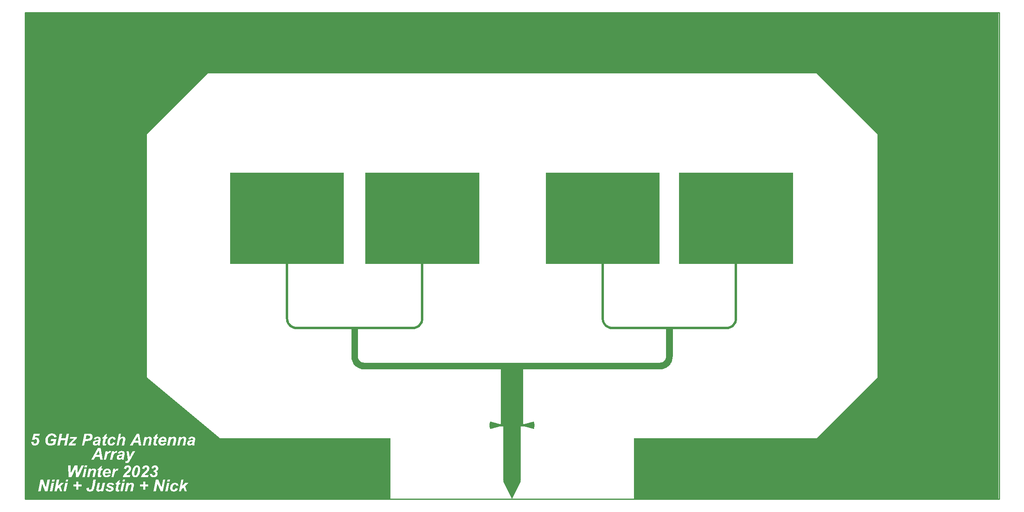
<source format=gbr>
G04*
G04 #@! TF.GenerationSoftware,Altium Limited,Altium Designer,22.3.1 (43)*
G04*
G04 Layer_Physical_Order=1*
G04 Layer_Color=255*
%FSLAX44Y44*%
%MOMM*%
G71*
G04*
G04 #@! TF.SameCoordinates,7BE27A0F-F62A-4EE9-9C34-0242F132D8CE*
G04*
G04*
G04 #@! TF.FilePolarity,Positive*
G04*
G01*
G75*
%ADD10C,0.2540*%
G36*
X947368Y491602D02*
X831250D01*
Y377602D01*
X831154Y375526D01*
X830867Y373468D01*
X830391Y371445D01*
X829731Y369474D01*
X828891Y367573D01*
X827880Y365757D01*
X826705Y364043D01*
X825378Y362444D01*
X823908Y360974D01*
X822309Y359647D01*
X820595Y358472D01*
X818779Y357461D01*
X816878Y356621D01*
X814907Y355961D01*
X812884Y355485D01*
X810826Y355198D01*
X808750Y355100D01*
X694750D01*
Y298100D01*
X694948Y295843D01*
X695534Y293654D01*
X696492Y291600D01*
X697791Y289744D01*
X699394Y288141D01*
X701250Y286842D01*
X703304Y285884D01*
X705493Y285298D01*
X707750Y285100D01*
X1324245D01*
X1326497Y285297D01*
X1328686Y285884D01*
X1330740Y286841D01*
X1332596Y288141D01*
X1334198Y289743D01*
X1335498Y291600D01*
X1336456Y293653D01*
X1337042Y295842D01*
X1337240Y298100D01*
Y355099D01*
X1225241Y355097D01*
X1223165Y355193D01*
X1221106Y355480D01*
X1219083Y355956D01*
X1217113Y356617D01*
X1215212Y357456D01*
X1213396Y358467D01*
X1211682Y359642D01*
X1210083Y360970D01*
X1208613Y362439D01*
X1207285Y364038D01*
X1206111Y365752D01*
X1205100Y367568D01*
X1204260Y369469D01*
X1203600Y371440D01*
X1203124Y373463D01*
X1202837Y375521D01*
X1202741Y377597D01*
Y491597D01*
X1086623D01*
Y681589D01*
X1323859D01*
Y491597D01*
X1207741D01*
Y377597D01*
X1207815Y375983D01*
X1208039Y374381D01*
X1208409Y372808D01*
X1208923Y371275D01*
X1209575Y369797D01*
X1210362Y368385D01*
X1211275Y367051D01*
X1212308Y365807D01*
X1213451Y364664D01*
X1214695Y363632D01*
X1216028Y362718D01*
X1217440Y361932D01*
X1218919Y361279D01*
X1220452Y360765D01*
X1222025Y360395D01*
X1223626Y360172D01*
X1225240Y360099D01*
X1463240D01*
X1464854Y360174D01*
X1466455Y360397D01*
X1468029Y360768D01*
X1469561Y361281D01*
X1471040Y361934D01*
X1472452Y362721D01*
X1473786Y363634D01*
X1475029Y364667D01*
X1476172Y365810D01*
X1477205Y367053D01*
X1478118Y368387D01*
X1478905Y369799D01*
X1479558Y371278D01*
X1480072Y372811D01*
X1480442Y374384D01*
X1480665Y375985D01*
X1480740Y377599D01*
Y491600D01*
X1364622D01*
Y681592D01*
X1601858D01*
Y491600D01*
X1485740D01*
Y377599D01*
X1485644Y375523D01*
X1485357Y373465D01*
X1484881Y371442D01*
X1484220Y369472D01*
X1483381Y367570D01*
X1482370Y365755D01*
X1481195Y364040D01*
X1479867Y362441D01*
X1478398Y360972D01*
X1476799Y359644D01*
X1475084Y358470D01*
X1473269Y357458D01*
X1471368Y356619D01*
X1469397Y355959D01*
X1467374Y355483D01*
X1465316Y355196D01*
X1463240Y355099D01*
X1351240D01*
Y298100D01*
X1351137Y295746D01*
X1350829Y293411D01*
X1350320Y291111D01*
X1349611Y288865D01*
X1348710Y286689D01*
X1347622Y284599D01*
X1346357Y282613D01*
X1344923Y280744D01*
X1343332Y279008D01*
X1341595Y277416D01*
X1339726Y275982D01*
X1337740Y274717D01*
X1335650Y273629D01*
X1333474Y272728D01*
X1331228Y272020D01*
X1328928Y271510D01*
X1326593Y271202D01*
X1324250Y271100D01*
X1039250D01*
Y157100D01*
X1041750D01*
X1060869Y162223D01*
X1061955Y161564D01*
X1062330Y159874D01*
X1062676Y157247D01*
X1062791Y154600D01*
X1062676Y151953D01*
X1062330Y149326D01*
X1061955Y147636D01*
X1060869Y146977D01*
X1041750Y152100D01*
X1034550D01*
Y38100D01*
X1033352D01*
X1034026Y37023D01*
X1016669Y1375D01*
X1015331D01*
X997974Y37023D01*
X998648Y38100D01*
X997450D01*
Y152100D01*
X990250D01*
X971131Y146977D01*
X970045Y147636D01*
X969670Y149326D01*
X969324Y151953D01*
X969209Y154600D01*
X969324Y157247D01*
X969670Y159874D01*
X970045Y161564D01*
X971131Y162223D01*
X990250Y157100D01*
X992750D01*
Y271100D01*
X707750D01*
X705397Y271203D01*
X703062Y271510D01*
X700762Y272020D01*
X698515Y272728D01*
X696339Y273630D01*
X694250Y274717D01*
X692263Y275983D01*
X690395Y277417D01*
X688658Y279008D01*
X687067Y280745D01*
X685633Y282613D01*
X684367Y284600D01*
X683280Y286689D01*
X682378Y288866D01*
X681670Y291112D01*
X681160Y293412D01*
X680853Y295747D01*
X680750Y298100D01*
Y355100D01*
X566750D01*
X564674Y355196D01*
X562616Y355483D01*
X560593Y355959D01*
X558622Y356619D01*
X556721Y357459D01*
X554905Y358470D01*
X553191Y359645D01*
X551592Y360972D01*
X550122Y362442D01*
X548795Y364041D01*
X547620Y365755D01*
X546609Y367571D01*
X545769Y369472D01*
X545109Y371443D01*
X544633Y373466D01*
X544346Y375524D01*
X544250Y377600D01*
Y491600D01*
X428132D01*
Y681592D01*
X665368D01*
Y491600D01*
X549250D01*
Y377600D01*
X549325Y375985D01*
X549548Y374384D01*
X549918Y372811D01*
X550432Y371278D01*
X551085Y369800D01*
X551871Y368387D01*
X552785Y367054D01*
X553817Y365810D01*
X554960Y364667D01*
X556204Y363635D01*
X557537Y362721D01*
X558950Y361935D01*
X560428Y361282D01*
X561961Y360768D01*
X563534Y360398D01*
X565135Y360175D01*
X566750Y360100D01*
X808750Y360102D01*
X810365Y360177D01*
X811966Y360400D01*
X813539Y360770D01*
X815072Y361284D01*
X816550Y361937D01*
X817963Y362723D01*
X819296Y363637D01*
X820540Y364669D01*
X821683Y365812D01*
X822715Y367056D01*
X823629Y368390D01*
X824415Y369802D01*
X825068Y371280D01*
X825582Y372813D01*
X825952Y374386D01*
X826175Y375987D01*
X826250Y377602D01*
Y491602D01*
X710132D01*
Y681594D01*
X947368D01*
Y491602D01*
D02*
G37*
G36*
X2030625Y1375D02*
X1270000D01*
Y127000D01*
X1651000D01*
X1778000Y254000D01*
Y762000D01*
X1651000Y889000D01*
X381000D01*
X254000Y762000D01*
Y254000D01*
X406400Y127000D01*
X762000D01*
Y1375D01*
X368300D01*
Y879D01*
X0D01*
Y45678D01*
Y75554D01*
Y112022D01*
Y152400D01*
X1375D01*
Y1014625D01*
X2030625D01*
Y1375D01*
D02*
G37*
%LPC*%
G36*
X56491Y137335D02*
X56068D01*
X55292Y137300D01*
X54552Y137229D01*
X53811Y137123D01*
X53142Y136982D01*
X52472Y136841D01*
X51873Y136630D01*
X51308Y136453D01*
X50815Y136242D01*
X50321Y136030D01*
X49934Y135854D01*
X49546Y135643D01*
X49264Y135502D01*
X49017Y135360D01*
X48840Y135255D01*
X48735Y135184D01*
X48699Y135149D01*
X48135Y134726D01*
X47607Y134268D01*
X46655Y133280D01*
X46196Y132752D01*
X45809Y132258D01*
X45456Y131764D01*
X45139Y131271D01*
X44857Y130813D01*
X44610Y130390D01*
X44398Y130037D01*
X44222Y129684D01*
X44081Y129438D01*
X43975Y129226D01*
X43940Y129085D01*
X43905Y129050D01*
X43446Y127816D01*
X43094Y126582D01*
X42847Y125419D01*
X42741Y124890D01*
X42671Y124396D01*
X42600Y123903D01*
X42565Y123479D01*
X42530Y123127D01*
Y122774D01*
X42495Y122528D01*
Y122175D01*
X42530Y121223D01*
X42636Y120307D01*
X42812Y119460D01*
X43023Y118650D01*
X43270Y117944D01*
X43517Y117275D01*
X43834Y116675D01*
X44152Y116111D01*
X44434Y115653D01*
X44751Y115230D01*
X44998Y114877D01*
X45280Y114595D01*
X45456Y114348D01*
X45632Y114207D01*
X45738Y114102D01*
X45773Y114066D01*
X46267Y113714D01*
X46761Y113397D01*
X47325Y113115D01*
X47889Y112903D01*
X48453Y112691D01*
X49052Y112515D01*
X50145Y112268D01*
X50674Y112198D01*
X51167Y112127D01*
X51590Y112092D01*
X51978Y112057D01*
X52296Y112022D01*
X52719D01*
X53811Y112057D01*
X54834Y112163D01*
X55821Y112304D01*
X56667Y112445D01*
X57055Y112515D01*
X57408Y112586D01*
X57690Y112656D01*
X57936Y112727D01*
X58148Y112797D01*
X58289Y112832D01*
X58395Y112868D01*
X58430D01*
X59452Y113220D01*
X60369Y113573D01*
X61180Y113925D01*
X61885Y114243D01*
X62167Y114419D01*
X62414Y114560D01*
X62661Y114666D01*
X62837Y114771D01*
X62978Y114877D01*
X63119Y114913D01*
X63154Y114983D01*
X63189D01*
X65375Y125524D01*
X54481D01*
X53635Y121435D01*
X59875D01*
X59100Y117768D01*
X58606Y117557D01*
X58113Y117345D01*
X57619Y117134D01*
X57161Y116993D01*
X56773Y116852D01*
X56456Y116746D01*
X56244Y116711D01*
X56209Y116675D01*
X56174D01*
X55539Y116534D01*
X54940Y116428D01*
X54376Y116323D01*
X53882Y116287D01*
X53459Y116252D01*
X53142Y116217D01*
X52860D01*
X51908Y116287D01*
X51062Y116428D01*
X50356Y116675D01*
X49792Y116957D01*
X49334Y117204D01*
X48982Y117451D01*
X48805Y117592D01*
X48735Y117662D01*
X48488Y117944D01*
X48277Y118297D01*
X47924Y119002D01*
X47712Y119778D01*
X47536Y120518D01*
X47430Y121188D01*
X47395Y121470D01*
Y121752D01*
X47360Y121964D01*
Y122105D01*
Y122210D01*
Y122246D01*
X47395Y123409D01*
X47536Y124467D01*
X47712Y125454D01*
X47818Y125912D01*
X47924Y126300D01*
X48030Y126688D01*
X48135Y127040D01*
X48241Y127322D01*
X48312Y127569D01*
X48382Y127781D01*
X48453Y127922D01*
X48488Y127992D01*
Y128027D01*
X48946Y128979D01*
X49475Y129790D01*
X50004Y130460D01*
X50497Y131024D01*
X50956Y131447D01*
X51344Y131729D01*
X51485Y131835D01*
X51590Y131905D01*
X51626Y131976D01*
X51661D01*
X52437Y132399D01*
X53212Y132716D01*
X53952Y132963D01*
X54658Y133104D01*
X55222Y133210D01*
X55469Y133245D01*
X55715D01*
X55856Y133280D01*
X56103D01*
X56844Y133245D01*
X57513Y133104D01*
X58113Y132963D01*
X58606Y132752D01*
X59029Y132575D01*
X59311Y132399D01*
X59488Y132258D01*
X59558Y132223D01*
X60052Y131800D01*
X60440Y131306D01*
X60792Y130777D01*
X61074Y130284D01*
X61286Y129825D01*
X61462Y129473D01*
X61497Y129332D01*
X61532Y129226D01*
X61568Y129156D01*
Y129120D01*
X66257Y129649D01*
X66080Y130319D01*
X65869Y130954D01*
X65622Y131553D01*
X65375Y132117D01*
X65093Y132646D01*
X64811Y133104D01*
X64529Y133527D01*
X64247Y133915D01*
X63965Y134232D01*
X63683Y134550D01*
X63471Y134796D01*
X63260Y135008D01*
X63084Y135149D01*
X62943Y135255D01*
X62872Y135325D01*
X62837Y135360D01*
X62343Y135713D01*
X61814Y136030D01*
X61286Y136277D01*
X60722Y136489D01*
X59593Y136841D01*
X58500Y137088D01*
X58007Y137159D01*
X57549Y137229D01*
X57126Y137264D01*
X56773Y137300D01*
X56491Y137335D01*
D02*
G37*
G36*
X331834Y130566D02*
X331623D01*
X331023Y130531D01*
X330459Y130460D01*
X329930Y130354D01*
X329472Y130248D01*
X329084Y130143D01*
X328767Y130037D01*
X328591Y129966D01*
X328520Y129931D01*
X327956Y129649D01*
X327392Y129332D01*
X326863Y128979D01*
X326370Y128662D01*
X325946Y128345D01*
X325594Y128098D01*
X325382Y127922D01*
X325347Y127851D01*
X325312D01*
X325770Y130178D01*
X321258D01*
X317556Y112480D01*
X322280D01*
X323796Y119707D01*
X323937Y120271D01*
X324043Y120800D01*
X324184Y121294D01*
X324289Y121717D01*
X324395Y122105D01*
X324501Y122457D01*
X324607Y122739D01*
X324677Y123021D01*
X324748Y123233D01*
X324818Y123444D01*
X324924Y123726D01*
X324995Y123903D01*
X325030Y123938D01*
X325347Y124467D01*
X325664Y124925D01*
X326017Y125313D01*
X326334Y125630D01*
X326616Y125912D01*
X326863Y126088D01*
X327004Y126229D01*
X327075Y126265D01*
X327568Y126547D01*
X327991Y126758D01*
X328379Y126934D01*
X328732Y127040D01*
X329049Y127111D01*
X329260Y127146D01*
X329437D01*
X329789Y127111D01*
X330107Y127076D01*
X330353Y126970D01*
X330565Y126899D01*
X330741Y126793D01*
X330847Y126688D01*
X330917Y126652D01*
X330953Y126617D01*
X331129Y126406D01*
X331270Y126159D01*
X331376Y125912D01*
X331446Y125701D01*
X331482Y125489D01*
X331517Y125313D01*
Y125207D01*
Y125172D01*
Y125066D01*
X331482Y124925D01*
X331411Y124572D01*
X331340Y124114D01*
X331270Y123656D01*
X331164Y123233D01*
X331094Y122845D01*
X331058Y122704D01*
Y122598D01*
X331023Y122528D01*
Y122492D01*
X328873Y112480D01*
X333597D01*
X335747Y122457D01*
X335853Y122915D01*
X335959Y123338D01*
X336029Y123726D01*
X336100Y124079D01*
X336206Y124713D01*
X336276Y125172D01*
X336347Y125560D01*
X336382Y125806D01*
Y125983D01*
X336311Y126723D01*
X336170Y127358D01*
X335994Y127922D01*
X335747Y128415D01*
X335501Y128803D01*
X335324Y129085D01*
X335183Y129226D01*
X335113Y129297D01*
X334584Y129720D01*
X334020Y130037D01*
X333456Y130248D01*
X332892Y130425D01*
X332398Y130495D01*
X331975Y130531D01*
X331834Y130566D01*
D02*
G37*
G36*
X310998D02*
X310787D01*
X310187Y130531D01*
X309623Y130460D01*
X309094Y130354D01*
X308636Y130248D01*
X308248Y130143D01*
X307931Y130037D01*
X307755Y129966D01*
X307684Y129931D01*
X307120Y129649D01*
X306556Y129332D01*
X306027Y128979D01*
X305534Y128662D01*
X305111Y128345D01*
X304758Y128098D01*
X304547Y127922D01*
X304511Y127851D01*
X304476D01*
X304934Y130178D01*
X300422D01*
X296720Y112480D01*
X301444D01*
X302960Y119707D01*
X303101Y120271D01*
X303207Y120800D01*
X303348Y121294D01*
X303454Y121717D01*
X303559Y122105D01*
X303665Y122457D01*
X303771Y122739D01*
X303841Y123021D01*
X303912Y123233D01*
X303982Y123444D01*
X304088Y123726D01*
X304159Y123903D01*
X304194Y123938D01*
X304511Y124467D01*
X304828Y124925D01*
X305181Y125313D01*
X305498Y125630D01*
X305780Y125912D01*
X306027Y126088D01*
X306168Y126229D01*
X306239Y126265D01*
X306732Y126547D01*
X307155Y126758D01*
X307543Y126934D01*
X307896Y127040D01*
X308213Y127111D01*
X308425Y127146D01*
X308601D01*
X308953Y127111D01*
X309271Y127076D01*
X309517Y126970D01*
X309729Y126899D01*
X309905Y126793D01*
X310011Y126688D01*
X310082Y126652D01*
X310117Y126617D01*
X310293Y126406D01*
X310434Y126159D01*
X310540Y125912D01*
X310610Y125701D01*
X310646Y125489D01*
X310681Y125313D01*
Y125207D01*
Y125172D01*
Y125066D01*
X310646Y124925D01*
X310575Y124572D01*
X310505Y124114D01*
X310434Y123656D01*
X310328Y123233D01*
X310258Y122845D01*
X310223Y122704D01*
Y122598D01*
X310187Y122528D01*
Y122492D01*
X308037Y112480D01*
X312761D01*
X314911Y122457D01*
X315017Y122915D01*
X315123Y123338D01*
X315194Y123726D01*
X315264Y124079D01*
X315370Y124713D01*
X315440Y125172D01*
X315511Y125560D01*
X315546Y125806D01*
Y125983D01*
X315476Y126723D01*
X315335Y127358D01*
X315158Y127922D01*
X314911Y128415D01*
X314665Y128803D01*
X314489Y129085D01*
X314347Y129226D01*
X314277Y129297D01*
X313748Y129720D01*
X313184Y130037D01*
X312620Y130248D01*
X312056Y130425D01*
X311562Y130495D01*
X311139Y130531D01*
X310998Y130566D01*
D02*
G37*
G36*
X259843D02*
X259631D01*
X259032Y130531D01*
X258468Y130460D01*
X257939Y130354D01*
X257481Y130248D01*
X257093Y130143D01*
X256776Y130037D01*
X256599Y129966D01*
X256529Y129931D01*
X255965Y129649D01*
X255401Y129332D01*
X254872Y128979D01*
X254378Y128662D01*
X253955Y128345D01*
X253603Y128098D01*
X253391Y127922D01*
X253356Y127851D01*
X253321D01*
X253779Y130178D01*
X249266D01*
X245565Y112480D01*
X250289D01*
X251805Y119707D01*
X251946Y120271D01*
X252052Y120800D01*
X252192Y121294D01*
X252298Y121717D01*
X252404Y122105D01*
X252510Y122457D01*
X252616Y122739D01*
X252686Y123021D01*
X252757Y123233D01*
X252827Y123444D01*
X252933Y123726D01*
X253003Y123903D01*
X253039Y123938D01*
X253356Y124467D01*
X253673Y124925D01*
X254026Y125313D01*
X254343Y125630D01*
X254625Y125912D01*
X254872Y126088D01*
X255013Y126229D01*
X255084Y126265D01*
X255577Y126547D01*
X256000Y126758D01*
X256388Y126934D01*
X256740Y127040D01*
X257058Y127111D01*
X257269Y127146D01*
X257446D01*
X257798Y127111D01*
X258115Y127076D01*
X258362Y126970D01*
X258574Y126899D01*
X258750Y126793D01*
X258856Y126688D01*
X258926Y126652D01*
X258962Y126617D01*
X259138Y126406D01*
X259279Y126159D01*
X259385Y125912D01*
X259455Y125701D01*
X259490Y125489D01*
X259526Y125313D01*
Y125207D01*
Y125172D01*
Y125066D01*
X259490Y124925D01*
X259420Y124572D01*
X259349Y124114D01*
X259279Y123656D01*
X259173Y123233D01*
X259103Y122845D01*
X259067Y122704D01*
Y122598D01*
X259032Y122528D01*
Y122492D01*
X256882Y112480D01*
X261606D01*
X263756Y122457D01*
X263862Y122915D01*
X263968Y123338D01*
X264038Y123726D01*
X264109Y124079D01*
X264215Y124713D01*
X264285Y125172D01*
X264356Y125560D01*
X264391Y125806D01*
Y125983D01*
X264320Y126723D01*
X264179Y127358D01*
X264003Y127922D01*
X263756Y128415D01*
X263510Y128803D01*
X263333Y129085D01*
X263192Y129226D01*
X263122Y129297D01*
X262593Y129720D01*
X262029Y130037D01*
X261465Y130248D01*
X260901Y130425D01*
X260407Y130495D01*
X259984Y130531D01*
X259843Y130566D01*
D02*
G37*
G36*
X92063Y136876D02*
X87057D01*
X85083Y127463D01*
X75599D01*
X77573Y136876D01*
X72567D01*
X67455Y112480D01*
X72426D01*
X74718Y123374D01*
X84201D01*
X81945Y112480D01*
X86916D01*
X92063Y136876D01*
D02*
G37*
G36*
X182669Y130566D02*
X182352D01*
X181294Y130495D01*
X180307Y130319D01*
X179426Y130107D01*
X178650Y129825D01*
X178298Y129684D01*
X177980Y129543D01*
X177734Y129438D01*
X177487Y129332D01*
X177311Y129226D01*
X177169Y129156D01*
X177099Y129120D01*
X177064Y129085D01*
X176218Y128486D01*
X175477Y127816D01*
X174878Y127146D01*
X174384Y126511D01*
X173961Y125912D01*
X173820Y125665D01*
X173679Y125454D01*
X173609Y125278D01*
X173538Y125136D01*
X173468Y125066D01*
Y125031D01*
X173080Y124044D01*
X172763Y123092D01*
X172551Y122175D01*
X172410Y121329D01*
X172375Y120941D01*
X172339Y120624D01*
X172304Y120307D01*
Y120060D01*
X172269Y119848D01*
Y119566D01*
X172304Y118932D01*
X172339Y118332D01*
X172445Y117733D01*
X172586Y117204D01*
X172727Y116711D01*
X172904Y116252D01*
X173080Y115864D01*
X173256Y115477D01*
X173432Y115159D01*
X173609Y114842D01*
X173785Y114595D01*
X173926Y114419D01*
X174067Y114243D01*
X174173Y114137D01*
X174208Y114066D01*
X174243Y114031D01*
X174631Y113679D01*
X175054Y113361D01*
X175477Y113115D01*
X175900Y112868D01*
X176359Y112691D01*
X176817Y112515D01*
X177663Y112268D01*
X178051Y112198D01*
X178439Y112127D01*
X178756Y112092D01*
X179038Y112057D01*
X179285Y112022D01*
X179602D01*
X180166Y112057D01*
X180695Y112092D01*
X181682Y112268D01*
X182563Y112515D01*
X183339Y112832D01*
X183656Y112973D01*
X183939Y113115D01*
X184221Y113256D01*
X184432Y113361D01*
X184608Y113467D01*
X184714Y113538D01*
X184785Y113608D01*
X184820D01*
X185631Y114278D01*
X186301Y115018D01*
X186900Y115794D01*
X187393Y116569D01*
X187746Y117239D01*
X187887Y117521D01*
X188028Y117803D01*
X188134Y118015D01*
X188169Y118156D01*
X188240Y118262D01*
Y118297D01*
X183586Y119073D01*
X183339Y118473D01*
X183057Y117980D01*
X182775Y117557D01*
X182528Y117204D01*
X182281Y116922D01*
X182070Y116746D01*
X181929Y116605D01*
X181894Y116569D01*
X181506Y116287D01*
X181118Y116111D01*
X180730Y115970D01*
X180413Y115864D01*
X180131Y115794D01*
X179919Y115759D01*
X179708D01*
X179285Y115794D01*
X178932Y115900D01*
X178580Y116041D01*
X178298Y116182D01*
X178086Y116323D01*
X177910Y116464D01*
X177804Y116569D01*
X177769Y116605D01*
X177522Y116957D01*
X177346Y117345D01*
X177205Y117733D01*
X177134Y118121D01*
X177064Y118473D01*
X177028Y118755D01*
Y118932D01*
Y119002D01*
X177064Y119707D01*
X177134Y120377D01*
X177240Y121047D01*
X177346Y121646D01*
X177451Y122140D01*
X177557Y122528D01*
X177593Y122669D01*
X177628Y122774D01*
X177663Y122845D01*
Y122880D01*
X177910Y123621D01*
X178227Y124255D01*
X178509Y124784D01*
X178827Y125207D01*
X179073Y125560D01*
X179285Y125806D01*
X179461Y125947D01*
X179496Y125983D01*
X179955Y126335D01*
X180413Y126582D01*
X180836Y126793D01*
X181224Y126899D01*
X181576Y126970D01*
X181823Y127040D01*
X182070D01*
X182493Y127005D01*
X182881Y126934D01*
X183198Y126793D01*
X183480Y126688D01*
X183727Y126547D01*
X183868Y126406D01*
X183974Y126335D01*
X184009Y126300D01*
X184256Y126018D01*
X184467Y125665D01*
X184608Y125313D01*
X184749Y124960D01*
X184820Y124608D01*
X184890Y124361D01*
X184926Y124185D01*
Y124114D01*
X189473Y124572D01*
X189403Y125066D01*
X189297Y125524D01*
X189051Y126370D01*
X188698Y127111D01*
X188310Y127745D01*
X187958Y128239D01*
X187640Y128627D01*
X187535Y128733D01*
X187429Y128838D01*
X187393Y128874D01*
X187358Y128909D01*
X187006Y129191D01*
X186618Y129473D01*
X185772Y129861D01*
X184961Y130178D01*
X184150Y130354D01*
X183445Y130495D01*
X183128Y130531D01*
X182881D01*
X182669Y130566D01*
D02*
G37*
G36*
X30755Y136559D02*
X18451D01*
X14749Y124044D01*
X18662Y123762D01*
X18979Y124079D01*
X19261Y124326D01*
X19543Y124572D01*
X19790Y124749D01*
X20002Y124890D01*
X20178Y124995D01*
X20284Y125031D01*
X20319Y125066D01*
X20636Y125207D01*
X20989Y125348D01*
X21271Y125419D01*
X21553Y125454D01*
X21800Y125489D01*
X21976Y125524D01*
X22152D01*
X22611Y125489D01*
X23034Y125383D01*
X23386Y125242D01*
X23668Y125101D01*
X23915Y124925D01*
X24091Y124784D01*
X24197Y124678D01*
X24232Y124643D01*
X24515Y124290D01*
X24691Y123867D01*
X24832Y123444D01*
X24938Y123021D01*
X25008Y122669D01*
X25043Y122351D01*
Y122140D01*
Y122105D01*
Y122069D01*
X24973Y121047D01*
X24832Y120130D01*
X24585Y119355D01*
X24338Y118720D01*
X24091Y118226D01*
X23950Y118015D01*
X23845Y117874D01*
X23774Y117733D01*
X23704Y117627D01*
X23633Y117592D01*
Y117557D01*
X23386Y117275D01*
X23104Y117028D01*
X22575Y116605D01*
X22047Y116323D01*
X21553Y116146D01*
X21165Y116005D01*
X20813Y115970D01*
X20601Y115935D01*
X20531D01*
X20108Y115970D01*
X19720Y116076D01*
X19367Y116182D01*
X19085Y116358D01*
X18874Y116499D01*
X18697Y116605D01*
X18592Y116711D01*
X18556Y116746D01*
X18310Y117098D01*
X18133Y117486D01*
X17992Y117909D01*
X17922Y118332D01*
X17851Y118720D01*
X17816Y119002D01*
Y119214D01*
Y119249D01*
Y119284D01*
Y119425D01*
X17851Y119601D01*
Y119742D01*
Y119813D01*
X13197Y119390D01*
X13233Y118755D01*
X13268Y118191D01*
X13374Y117627D01*
X13515Y117134D01*
X13656Y116640D01*
X13832Y116182D01*
X14008Y115794D01*
X14220Y115441D01*
X14396Y115089D01*
X14572Y114807D01*
X14749Y114560D01*
X14890Y114348D01*
X15031Y114207D01*
X15137Y114102D01*
X15172Y114031D01*
X15207Y113996D01*
X15595Y113643D01*
X16018Y113361D01*
X16441Y113079D01*
X16864Y112868D01*
X17710Y112515D01*
X18521Y112268D01*
X18909Y112198D01*
X19261Y112127D01*
X19579Y112092D01*
X19826Y112057D01*
X20037Y112022D01*
X20354D01*
X21271Y112092D01*
X22117Y112233D01*
X22893Y112445D01*
X23598Y112691D01*
X24162Y112903D01*
X24409Y113009D01*
X24620Y113115D01*
X24797Y113220D01*
X24902Y113256D01*
X24973Y113326D01*
X25008D01*
X25819Y113855D01*
X26524Y114454D01*
X27123Y115089D01*
X27617Y115688D01*
X28005Y116252D01*
X28181Y116499D01*
X28287Y116711D01*
X28393Y116852D01*
X28463Y116993D01*
X28533Y117063D01*
Y117098D01*
X28957Y118015D01*
X29274Y118932D01*
X29485Y119778D01*
X29662Y120518D01*
X29697Y120871D01*
X29732Y121188D01*
X29767Y121435D01*
Y121681D01*
X29803Y121858D01*
Y121999D01*
Y122069D01*
Y122105D01*
X29767Y122669D01*
X29732Y123233D01*
X29521Y124220D01*
X29380Y124678D01*
X29239Y125101D01*
X29062Y125489D01*
X28886Y125806D01*
X28710Y126124D01*
X28533Y126406D01*
X28393Y126617D01*
X28252Y126793D01*
X28146Y126970D01*
X28040Y127076D01*
X28005Y127111D01*
X27970Y127146D01*
X27617Y127499D01*
X27264Y127781D01*
X26877Y128027D01*
X26489Y128239D01*
X25713Y128591D01*
X25008Y128803D01*
X24373Y128944D01*
X24091Y128979D01*
X23845Y129015D01*
X23668Y129050D01*
X23386D01*
X22857Y129015D01*
X22434Y128979D01*
X22223Y128944D01*
X22082Y128909D01*
X22011Y128874D01*
X21976D01*
X21483Y128733D01*
X21024Y128591D01*
X20848Y128521D01*
X20707Y128486D01*
X20636Y128415D01*
X20601D01*
X21694Y132188D01*
X29838D01*
X30755Y136559D01*
D02*
G37*
G36*
X348721Y130566D02*
X348404D01*
X347241Y130495D01*
X346183Y130354D01*
X345725Y130248D01*
X345302Y130143D01*
X344879Y130037D01*
X344526Y129896D01*
X344209Y129755D01*
X343927Y129649D01*
X343680Y129543D01*
X343468Y129438D01*
X343327Y129367D01*
X343222Y129297D01*
X343151Y129226D01*
X343116D01*
X342446Y128697D01*
X341847Y128098D01*
X341388Y127463D01*
X341000Y126899D01*
X340718Y126370D01*
X340507Y125947D01*
X340436Y125771D01*
X340401Y125665D01*
X340366Y125595D01*
Y125560D01*
X345019Y125172D01*
X345125Y125489D01*
X345266Y125771D01*
X345443Y126018D01*
X345619Y126229D01*
X345760Y126406D01*
X345901Y126511D01*
X345971Y126582D01*
X346007Y126617D01*
X346324Y126793D01*
X346641Y126934D01*
X346994Y127005D01*
X347311Y127076D01*
X347593Y127111D01*
X347840Y127146D01*
X348051D01*
X348475Y127111D01*
X348862Y127076D01*
X349144Y126970D01*
X349426Y126899D01*
X349638Y126793D01*
X349779Y126688D01*
X349849Y126652D01*
X349885Y126617D01*
X350096Y126406D01*
X350237Y126194D01*
X350378Y125983D01*
X350449Y125771D01*
X350484Y125595D01*
X350519Y125489D01*
Y125383D01*
Y125348D01*
Y125101D01*
X350484Y124854D01*
X350378Y124326D01*
X350308Y124114D01*
X350237Y123938D01*
X350202Y123797D01*
Y123762D01*
X349955Y123691D01*
X349673Y123621D01*
X349356Y123550D01*
X349003Y123479D01*
X348263Y123338D01*
X347487Y123268D01*
X346782Y123162D01*
X346465Y123127D01*
X346218Y123092D01*
X345971D01*
X345795Y123056D01*
X345654D01*
X344914Y122986D01*
X344244Y122880D01*
X343644Y122774D01*
X343080Y122633D01*
X342552Y122492D01*
X342093Y122351D01*
X341670Y122175D01*
X341318Y122034D01*
X341000Y121858D01*
X340718Y121717D01*
X340507Y121576D01*
X340331Y121470D01*
X340190Y121364D01*
X340084Y121294D01*
X340048Y121258D01*
X340013Y121223D01*
X339731Y120941D01*
X339520Y120624D01*
X339132Y119954D01*
X338850Y119284D01*
X338674Y118614D01*
X338532Y118050D01*
X338497Y117803D01*
Y117592D01*
X338462Y117416D01*
Y117169D01*
X338532Y116358D01*
X338674Y115618D01*
X338920Y114983D01*
X339167Y114454D01*
X339414Y113996D01*
X339661Y113679D01*
X339802Y113502D01*
X339872Y113432D01*
X340436Y112973D01*
X341036Y112621D01*
X341670Y112374D01*
X342234Y112198D01*
X342728Y112092D01*
X343151Y112057D01*
X343292Y112022D01*
X343503D01*
X344032Y112057D01*
X344526Y112127D01*
X344984Y112233D01*
X345407Y112339D01*
X345760Y112445D01*
X346007Y112550D01*
X346183Y112621D01*
X346253Y112656D01*
X346747Y112903D01*
X347205Y113220D01*
X347628Y113502D01*
X347981Y113784D01*
X348263Y114066D01*
X348510Y114278D01*
X348651Y114419D01*
X348686Y114454D01*
X348756Y113714D01*
X348827Y113397D01*
X348862Y113079D01*
X348933Y112832D01*
X349003Y112656D01*
X349039Y112515D01*
Y112480D01*
X353657D01*
X353516Y112973D01*
X353446Y113467D01*
X353375Y113890D01*
X353304Y114243D01*
Y114560D01*
X353269Y114771D01*
Y114948D01*
Y114983D01*
Y115230D01*
X353304Y115547D01*
X353375Y116217D01*
X353481Y116922D01*
X353622Y117662D01*
X353727Y118332D01*
X353798Y118614D01*
X353833Y118896D01*
X353868Y119108D01*
X353904Y119249D01*
X353939Y119355D01*
Y119390D01*
X354080Y120060D01*
X354221Y120694D01*
X354362Y121258D01*
X354468Y121752D01*
X354538Y122175D01*
X354609Y122563D01*
X354679Y122915D01*
X354750Y123197D01*
X354785Y123444D01*
X354856Y123621D01*
Y123797D01*
X354891Y123903D01*
X354926Y124079D01*
Y124114D01*
X355032Y124784D01*
X355067Y125066D01*
Y125313D01*
X355103Y125524D01*
Y126194D01*
X355032Y126547D01*
X354856Y127181D01*
X354574Y127745D01*
X354292Y128239D01*
X353974Y128662D01*
X353692Y128944D01*
X353516Y129120D01*
X353481Y129191D01*
X353446D01*
X353128Y129438D01*
X352776Y129649D01*
X351965Y130002D01*
X351154Y130248D01*
X350308Y130390D01*
X349567Y130495D01*
X349250Y130531D01*
X348968D01*
X348721Y130566D01*
D02*
G37*
G36*
X238549Y136876D02*
X232873D01*
X219158Y112480D01*
X224306D01*
X227232Y117874D01*
X236892D01*
X237703Y112480D01*
X242462D01*
X238549Y136876D01*
D02*
G37*
G36*
X200473D02*
X195749D01*
X190637Y112480D01*
X195361D01*
X196842Y119460D01*
X196983Y120060D01*
X197089Y120589D01*
X197194Y121047D01*
X197300Y121505D01*
X197406Y121893D01*
X197477Y122210D01*
X197582Y122528D01*
X197653Y122774D01*
X197723Y122986D01*
X197759Y123162D01*
X197864Y123444D01*
X197899Y123585D01*
X197935Y123621D01*
X198252Y124185D01*
X198605Y124713D01*
X198992Y125172D01*
X199345Y125560D01*
X199662Y125877D01*
X199909Y126088D01*
X200085Y126265D01*
X200156Y126300D01*
X200579Y126582D01*
X201002Y126793D01*
X201390Y126934D01*
X201778Y127040D01*
X202060Y127111D01*
X202306Y127146D01*
X202518D01*
X202871Y127111D01*
X203153Y127076D01*
X203435Y126970D01*
X203646Y126864D01*
X203822Y126758D01*
X203928Y126688D01*
X203999Y126617D01*
X204034Y126582D01*
X204210Y126370D01*
X204351Y126124D01*
X204457Y125912D01*
X204527Y125665D01*
X204563Y125489D01*
X204598Y125313D01*
Y125207D01*
Y125172D01*
X204563Y124925D01*
X204527Y124608D01*
X204457Y124255D01*
X204387Y123903D01*
X204316Y123550D01*
X204281Y123268D01*
X204210Y123056D01*
Y123021D01*
Y122986D01*
X201954Y112480D01*
X206678D01*
X208899Y122774D01*
X209075Y123550D01*
X209181Y124255D01*
X209287Y124819D01*
X209357Y125278D01*
X209393Y125630D01*
X209428Y125877D01*
Y126088D01*
X209357Y126793D01*
X209216Y127428D01*
X209040Y127957D01*
X208793Y128450D01*
X208547Y128803D01*
X208370Y129085D01*
X208229Y129226D01*
X208159Y129297D01*
X207665Y129720D01*
X207101Y130037D01*
X206537Y130248D01*
X205973Y130425D01*
X205479Y130495D01*
X205092Y130531D01*
X204951Y130566D01*
X204739D01*
X204140Y130531D01*
X203576Y130495D01*
X203082Y130390D01*
X202624Y130284D01*
X202236Y130178D01*
X201954Y130107D01*
X201778Y130037D01*
X201707Y130002D01*
X201178Y129755D01*
X200649Y129473D01*
X200121Y129191D01*
X199662Y128874D01*
X199275Y128591D01*
X198957Y128380D01*
X198746Y128239D01*
X198710Y128168D01*
X198675D01*
X200473Y136876D01*
D02*
G37*
G36*
X151680Y130566D02*
X151363D01*
X150199Y130495D01*
X149142Y130354D01*
X148683Y130248D01*
X148260Y130143D01*
X147837Y130037D01*
X147485Y129896D01*
X147167Y129755D01*
X146885Y129649D01*
X146638Y129543D01*
X146427Y129438D01*
X146286Y129367D01*
X146180Y129297D01*
X146110Y129226D01*
X146074D01*
X145405Y128697D01*
X144805Y128098D01*
X144347Y127463D01*
X143959Y126899D01*
X143677Y126370D01*
X143465Y125947D01*
X143395Y125771D01*
X143360Y125665D01*
X143324Y125595D01*
Y125560D01*
X147978Y125172D01*
X148084Y125489D01*
X148225Y125771D01*
X148401Y126018D01*
X148577Y126229D01*
X148719Y126406D01*
X148860Y126511D01*
X148930Y126582D01*
X148965Y126617D01*
X149283Y126793D01*
X149600Y126934D01*
X149952Y127005D01*
X150270Y127076D01*
X150552Y127111D01*
X150799Y127146D01*
X151010D01*
X151433Y127111D01*
X151821Y127076D01*
X152103Y126970D01*
X152385Y126899D01*
X152597Y126793D01*
X152738Y126688D01*
X152808Y126652D01*
X152843Y126617D01*
X153055Y126406D01*
X153196Y126194D01*
X153337Y125983D01*
X153407Y125771D01*
X153443Y125595D01*
X153478Y125489D01*
Y125383D01*
Y125348D01*
Y125101D01*
X153443Y124854D01*
X153337Y124326D01*
X153266Y124114D01*
X153196Y123938D01*
X153161Y123797D01*
Y123762D01*
X152914Y123691D01*
X152632Y123621D01*
X152315Y123550D01*
X151962Y123479D01*
X151222Y123338D01*
X150446Y123268D01*
X149741Y123162D01*
X149424Y123127D01*
X149177Y123092D01*
X148930D01*
X148754Y123056D01*
X148613D01*
X147872Y122986D01*
X147203Y122880D01*
X146603Y122774D01*
X146039Y122633D01*
X145510Y122492D01*
X145052Y122351D01*
X144629Y122175D01*
X144276Y122034D01*
X143959Y121858D01*
X143677Y121717D01*
X143465Y121576D01*
X143289Y121470D01*
X143148Y121364D01*
X143042Y121294D01*
X143007Y121258D01*
X142972Y121223D01*
X142690Y120941D01*
X142478Y120624D01*
X142091Y119954D01*
X141809Y119284D01*
X141632Y118614D01*
X141491Y118050D01*
X141456Y117803D01*
Y117592D01*
X141421Y117416D01*
Y117169D01*
X141491Y116358D01*
X141632Y115618D01*
X141879Y114983D01*
X142126Y114454D01*
X142373Y113996D01*
X142619Y113679D01*
X142760Y113502D01*
X142831Y113432D01*
X143395Y112973D01*
X143994Y112621D01*
X144629Y112374D01*
X145193Y112198D01*
X145687Y112092D01*
X146110Y112057D01*
X146251Y112022D01*
X146462D01*
X146991Y112057D01*
X147485Y112127D01*
X147943Y112233D01*
X148366Y112339D01*
X148719Y112445D01*
X148965Y112550D01*
X149142Y112621D01*
X149212Y112656D01*
X149706Y112903D01*
X150164Y113220D01*
X150587Y113502D01*
X150940Y113784D01*
X151222Y114066D01*
X151468Y114278D01*
X151609Y114419D01*
X151645Y114454D01*
X151715Y113714D01*
X151786Y113397D01*
X151821Y113079D01*
X151891Y112832D01*
X151962Y112656D01*
X151997Y112515D01*
Y112480D01*
X156616D01*
X156475Y112973D01*
X156404Y113467D01*
X156334Y113890D01*
X156263Y114243D01*
Y114560D01*
X156228Y114771D01*
Y114948D01*
Y114983D01*
Y115230D01*
X156263Y115547D01*
X156334Y116217D01*
X156439Y116922D01*
X156580Y117662D01*
X156686Y118332D01*
X156757Y118614D01*
X156792Y118896D01*
X156827Y119108D01*
X156862Y119249D01*
X156898Y119355D01*
Y119390D01*
X157039Y120060D01*
X157180Y120694D01*
X157321Y121258D01*
X157427Y121752D01*
X157497Y122175D01*
X157568Y122563D01*
X157638Y122915D01*
X157709Y123197D01*
X157744Y123444D01*
X157814Y123621D01*
Y123797D01*
X157850Y123903D01*
X157885Y124079D01*
Y124114D01*
X157991Y124784D01*
X158026Y125066D01*
Y125313D01*
X158061Y125524D01*
Y126194D01*
X157991Y126547D01*
X157814Y127181D01*
X157532Y127745D01*
X157250Y128239D01*
X156933Y128662D01*
X156651Y128944D01*
X156475Y129120D01*
X156439Y129191D01*
X156404D01*
X156087Y129438D01*
X155734Y129649D01*
X154923Y130002D01*
X154113Y130248D01*
X153266Y130390D01*
X152526Y130495D01*
X152209Y130531D01*
X151927D01*
X151680Y130566D01*
D02*
G37*
G36*
X133982Y136876D02*
X123652D01*
X118540Y112480D01*
X123511D01*
X125485Y121787D01*
X130315D01*
X130774Y121823D01*
X131514D01*
X131831Y121858D01*
X132360D01*
X132572Y121893D01*
X132889D01*
X133065Y121928D01*
X133136D01*
X133876Y122034D01*
X134511Y122175D01*
X135075Y122316D01*
X135533Y122457D01*
X135886Y122563D01*
X136168Y122669D01*
X136309Y122704D01*
X136379Y122739D01*
X136838Y122986D01*
X137225Y123233D01*
X137613Y123479D01*
X137930Y123762D01*
X138212Y123973D01*
X138424Y124149D01*
X138565Y124290D01*
X138600Y124326D01*
X138988Y124749D01*
X139341Y125207D01*
X139623Y125665D01*
X139869Y126124D01*
X140081Y126511D01*
X140222Y126829D01*
X140328Y127040D01*
X140363Y127076D01*
Y127111D01*
X140610Y127781D01*
X140786Y128415D01*
X140927Y129050D01*
X140998Y129579D01*
X141068Y130072D01*
X141103Y130425D01*
Y130742D01*
X141068Y131447D01*
X140962Y132117D01*
X140821Y132681D01*
X140645Y133210D01*
X140469Y133598D01*
X140328Y133915D01*
X140222Y134091D01*
X140187Y134162D01*
X139834Y134655D01*
X139411Y135114D01*
X138988Y135466D01*
X138600Y135748D01*
X138248Y135960D01*
X137966Y136136D01*
X137789Y136207D01*
X137754Y136242D01*
X137719D01*
X137120Y136453D01*
X136414Y136594D01*
X135745Y136735D01*
X135075Y136806D01*
X134475Y136841D01*
X134229D01*
X133982Y136876D01*
D02*
G37*
G36*
X108316Y130178D02*
X94425D01*
X93650Y126441D01*
X101547D01*
X91852Y115723D01*
X91182Y112480D01*
X105672D01*
X106483Y116358D01*
X97880D01*
X107717Y127322D01*
X108316Y130178D01*
D02*
G37*
G36*
X288435Y130566D02*
X288118D01*
X287201Y130531D01*
X286320Y130390D01*
X285509Y130213D01*
X284768Y129966D01*
X284063Y129684D01*
X283429Y129367D01*
X282829Y129015D01*
X282300Y128662D01*
X281842Y128274D01*
X281419Y127957D01*
X281102Y127604D01*
X280784Y127322D01*
X280573Y127076D01*
X280432Y126899D01*
X280326Y126758D01*
X280291Y126723D01*
X279938Y126194D01*
X279621Y125630D01*
X279374Y125066D01*
X279128Y124502D01*
X278951Y123938D01*
X278775Y123409D01*
X278528Y122422D01*
X278458Y121964D01*
X278387Y121540D01*
X278352Y121153D01*
X278317Y120835D01*
X278281Y120589D01*
Y120412D01*
Y120271D01*
Y120236D01*
X278317Y119566D01*
X278387Y118932D01*
X278493Y118297D01*
X278634Y117733D01*
X278810Y117204D01*
X278986Y116711D01*
X279198Y116287D01*
X279410Y115864D01*
X279586Y115512D01*
X279797Y115195D01*
X279974Y114913D01*
X280150Y114701D01*
X280291Y114525D01*
X280397Y114384D01*
X280467Y114313D01*
X280502Y114278D01*
X280926Y113890D01*
X281384Y113538D01*
X281877Y113220D01*
X282336Y112973D01*
X282829Y112762D01*
X283323Y112586D01*
X284240Y112304D01*
X284663Y112198D01*
X285050Y112127D01*
X285403Y112092D01*
X285720Y112057D01*
X285967Y112022D01*
X286320D01*
X287271Y112092D01*
X288118Y112233D01*
X288929Y112409D01*
X289598Y112656D01*
X290198Y112903D01*
X290409Y113009D01*
X290621Y113079D01*
X290762Y113185D01*
X290868Y113220D01*
X290938Y113291D01*
X290973D01*
X291714Y113820D01*
X292383Y114454D01*
X292983Y115089D01*
X293476Y115723D01*
X293829Y116323D01*
X294005Y116569D01*
X294111Y116781D01*
X294217Y116957D01*
X294287Y117098D01*
X294358Y117169D01*
Y117204D01*
X290092Y117909D01*
X289845Y117486D01*
X289563Y117098D01*
X289246Y116781D01*
X288929Y116499D01*
X288646Y116252D01*
X288329Y116041D01*
X288012Y115864D01*
X287730Y115759D01*
X287201Y115582D01*
X286954Y115512D01*
X286743Y115477D01*
X286602Y115441D01*
X286355D01*
X285826Y115477D01*
X285332Y115618D01*
X284909Y115794D01*
X284557Y115970D01*
X284240Y116182D01*
X284028Y116323D01*
X283887Y116464D01*
X283852Y116499D01*
X283534Y116922D01*
X283288Y117416D01*
X283111Y117874D01*
X283006Y118332D01*
X282935Y118755D01*
X282865Y119073D01*
Y119284D01*
Y119319D01*
Y119355D01*
Y119496D01*
X282900Y119637D01*
Y119778D01*
Y119813D01*
X294887D01*
X295098Y120871D01*
X295169Y121399D01*
X295204Y121893D01*
X295239Y122281D01*
Y122915D01*
X295204Y123585D01*
X295169Y124185D01*
X295063Y124784D01*
X294922Y125313D01*
X294781Y125842D01*
X294640Y126300D01*
X294464Y126723D01*
X294287Y127111D01*
X294076Y127428D01*
X293899Y127745D01*
X293758Y127992D01*
X293617Y128204D01*
X293476Y128345D01*
X293371Y128450D01*
X293335Y128521D01*
X293300Y128556D01*
X292912Y128909D01*
X292525Y129226D01*
X292101Y129473D01*
X291678Y129720D01*
X291255Y129931D01*
X290832Y130072D01*
X289986Y130319D01*
X289598Y130390D01*
X289246Y130460D01*
X288929Y130495D01*
X288646Y130531D01*
X288435Y130566D01*
D02*
G37*
G36*
X276589Y136277D02*
X271160Y132998D01*
X270596Y130178D01*
X268269D01*
X267528Y126617D01*
X269891D01*
X268375Y119496D01*
X268269Y118967D01*
X268163Y118473D01*
X268093Y118050D01*
X268022Y117662D01*
X267952Y117310D01*
X267881Y116993D01*
X267846Y116746D01*
X267811Y116499D01*
X267775Y116146D01*
X267740Y115900D01*
Y115759D01*
Y115723D01*
X267775Y115089D01*
X267916Y114560D01*
X268093Y114066D01*
X268304Y113679D01*
X268516Y113397D01*
X268692Y113150D01*
X268833Y113009D01*
X268868Y112973D01*
X269362Y112656D01*
X269926Y112409D01*
X270560Y112268D01*
X271160Y112127D01*
X271724Y112057D01*
X271935D01*
X272147Y112022D01*
X272570D01*
X273522Y112057D01*
X273945Y112127D01*
X274333Y112163D01*
X274650Y112233D01*
X274897Y112268D01*
X275038Y112304D01*
X275108D01*
X275849Y115829D01*
X275426Y115794D01*
X275073Y115759D01*
X274791Y115723D01*
X274580D01*
X274439Y115688D01*
X273945D01*
X273663Y115723D01*
X273416Y115794D01*
X273240Y115864D01*
X273134Y115900D01*
X273028Y115970D01*
X272993Y116005D01*
X272958D01*
X272782Y116287D01*
X272676Y116534D01*
X272641Y116781D01*
Y116816D01*
Y116852D01*
Y116922D01*
X272676Y117028D01*
X272711Y117345D01*
X272782Y117698D01*
X272852Y118121D01*
X272923Y118509D01*
X272993Y118826D01*
X273028Y118967D01*
X273064Y119073D01*
Y119108D01*
Y119143D01*
X274615Y126617D01*
X277541D01*
X278281Y130178D01*
X275355D01*
X276589Y136277D01*
D02*
G37*
G36*
X170506D02*
X165077Y132998D01*
X164513Y130178D01*
X162186D01*
X161446Y126617D01*
X163808D01*
X162292Y119496D01*
X162186Y118967D01*
X162080Y118473D01*
X162010Y118050D01*
X161939Y117662D01*
X161869Y117310D01*
X161798Y116993D01*
X161763Y116746D01*
X161728Y116499D01*
X161692Y116146D01*
X161657Y115900D01*
Y115759D01*
Y115723D01*
X161692Y115089D01*
X161833Y114560D01*
X162010Y114066D01*
X162221Y113679D01*
X162433Y113397D01*
X162609Y113150D01*
X162750Y113009D01*
X162785Y112973D01*
X163279Y112656D01*
X163843Y112409D01*
X164478Y112268D01*
X165077Y112127D01*
X165641Y112057D01*
X165853D01*
X166064Y112022D01*
X166487D01*
X167439Y112057D01*
X167862Y112127D01*
X168250Y112163D01*
X168567Y112233D01*
X168814Y112268D01*
X168955Y112304D01*
X169025D01*
X169766Y115829D01*
X169343Y115794D01*
X168990Y115759D01*
X168708Y115723D01*
X168497D01*
X168356Y115688D01*
X167862D01*
X167580Y115723D01*
X167333Y115794D01*
X167157Y115864D01*
X167051Y115900D01*
X166945Y115970D01*
X166910Y116005D01*
X166875D01*
X166699Y116287D01*
X166593Y116534D01*
X166558Y116781D01*
Y116816D01*
Y116852D01*
Y116922D01*
X166593Y117028D01*
X166628Y117345D01*
X166699Y117698D01*
X166769Y118121D01*
X166840Y118509D01*
X166910Y118826D01*
X166945Y118967D01*
X166981Y119073D01*
Y119108D01*
Y119143D01*
X168532Y126617D01*
X171458D01*
X172199Y130178D01*
X169272D01*
X170506Y136277D01*
D02*
G37*
G36*
X190707Y100832D02*
X190531D01*
X190002Y100796D01*
X189473Y100655D01*
X188945Y100479D01*
X188486Y100232D01*
X187993Y99950D01*
X187570Y99633D01*
X186759Y98928D01*
X186406Y98575D01*
X186089Y98223D01*
X185807Y97905D01*
X185560Y97623D01*
X185384Y97377D01*
X185243Y97200D01*
X185172Y97059D01*
X185137Y97024D01*
X185842Y100444D01*
X181400D01*
X177698Y82746D01*
X182423D01*
X183586Y88281D01*
X183727Y88880D01*
X183833Y89479D01*
X183974Y90008D01*
X184115Y90467D01*
X184221Y90925D01*
X184326Y91348D01*
X184467Y91700D01*
X184573Y92018D01*
X184644Y92300D01*
X184749Y92547D01*
X184820Y92758D01*
X184890Y92934D01*
X184926Y93040D01*
X184961Y93146D01*
X184996Y93216D01*
X185278Y93781D01*
X185595Y94274D01*
X185948Y94697D01*
X186265Y95050D01*
X186547Y95296D01*
X186759Y95508D01*
X186900Y95649D01*
X186970Y95684D01*
X187464Y96002D01*
X187922Y96248D01*
X188345Y96389D01*
X188733Y96531D01*
X189051Y96601D01*
X189297Y96636D01*
X189509D01*
X190038Y96601D01*
X190496Y96531D01*
X190672Y96460D01*
X190813Y96425D01*
X190884Y96389D01*
X190919D01*
X191377Y97368D01*
X192752Y100303D01*
X192329Y100479D01*
X191906Y100620D01*
X191518Y100691D01*
X191201Y100761D01*
X190919Y100796D01*
X190707Y100832D01*
D02*
G37*
G36*
X177451D02*
X177275D01*
X176746Y100796D01*
X176218Y100655D01*
X175689Y100479D01*
X175230Y100232D01*
X174737Y99950D01*
X174314Y99633D01*
X173503Y98928D01*
X173150Y98575D01*
X172833Y98223D01*
X172551Y97905D01*
X172304Y97623D01*
X172128Y97377D01*
X171987Y97200D01*
X171916Y97059D01*
X171881Y97024D01*
X172586Y100444D01*
X168144D01*
X164442Y82746D01*
X169167D01*
X170330Y88281D01*
X170471Y88880D01*
X170577Y89479D01*
X170718Y90008D01*
X170859Y90467D01*
X170965Y90925D01*
X171070Y91348D01*
X171211Y91700D01*
X171317Y92018D01*
X171388Y92300D01*
X171493Y92547D01*
X171564Y92758D01*
X171634Y92934D01*
X171670Y93040D01*
X171705Y93146D01*
X171740Y93216D01*
X172022Y93781D01*
X172339Y94274D01*
X172692Y94697D01*
X173009Y95050D01*
X173291Y95296D01*
X173503Y95508D01*
X173644Y95649D01*
X173715Y95684D01*
X174208Y96002D01*
X174666Y96248D01*
X175089Y96389D01*
X175477Y96531D01*
X175795Y96601D01*
X176041Y96636D01*
X176253D01*
X176782Y96601D01*
X177240Y96531D01*
X177416Y96460D01*
X177557Y96425D01*
X177628Y96389D01*
X177663D01*
X179496Y100303D01*
X179073Y100479D01*
X178650Y100620D01*
X178262Y100691D01*
X177945Y100761D01*
X177698Y100792D01*
X177663Y100796D01*
X177451Y100832D01*
D02*
G37*
G36*
X229982Y100444D02*
X224940D01*
X220710Y92547D01*
X220146Y91454D01*
X219617Y90396D01*
X219194Y89444D01*
X218806Y88598D01*
X218665Y88210D01*
X218524Y87893D01*
X218418Y87576D01*
X218312Y87329D01*
X218242Y87153D01*
X218171Y86976D01*
X218136Y86906D01*
Y87153D01*
X218101Y87470D01*
X218030Y88175D01*
X217924Y88951D01*
X217854Y89726D01*
X217748Y90467D01*
X217713Y90784D01*
X217678Y91031D01*
X217642Y91277D01*
Y91454D01*
X217607Y91559D01*
Y91595D01*
X216444Y100444D01*
X211684D01*
X214751Y82746D01*
X214470Y82146D01*
X214187Y81653D01*
X213870Y81194D01*
X213588Y80807D01*
X213271Y80489D01*
X212953Y80207D01*
X212672Y79996D01*
X212389Y79819D01*
X212143Y79679D01*
X211896Y79573D01*
X211473Y79467D01*
X211332Y79432D01*
X211226Y79396D01*
X211120D01*
X210521Y79432D01*
X210239Y79502D01*
X209992Y79538D01*
X209781Y79608D01*
X209604Y79643D01*
X209499Y79679D01*
X209463D01*
X209075Y76118D01*
X209745Y75941D01*
X210380Y75800D01*
X210979Y75695D01*
X211473Y75624D01*
X211896Y75589D01*
X212178Y75554D01*
X212460D01*
X213024Y75589D01*
X213518Y75659D01*
X213941Y75730D01*
X214328Y75836D01*
X214646Y75941D01*
X214893Y76047D01*
X215034Y76082D01*
X215069Y76118D01*
X215457Y76364D01*
X215809Y76611D01*
X216126Y76858D01*
X216409Y77105D01*
X216620Y77316D01*
X216761Y77493D01*
X216867Y77634D01*
X216902Y77669D01*
X217219Y78092D01*
X217572Y78586D01*
X217924Y79150D01*
X218277Y79714D01*
X218594Y80207D01*
X218841Y80630D01*
X218912Y80807D01*
X218982Y80912D01*
X219053Y80983D01*
Y81018D01*
X229982Y100444D01*
D02*
G37*
G36*
X201637Y100832D02*
X201319D01*
X200156Y100761D01*
X199098Y100620D01*
X198640Y100514D01*
X198217Y100408D01*
X197794Y100303D01*
X197441Y100162D01*
X197124Y100021D01*
X196842Y99915D01*
X196595Y99809D01*
X196384Y99703D01*
X196243Y99633D01*
X196137Y99562D01*
X196066Y99492D01*
X196031D01*
X195361Y98963D01*
X194762Y98364D01*
X194303Y97729D01*
X193916Y97165D01*
X193634Y96636D01*
X193422Y96213D01*
X193352Y96037D01*
X193316Y95931D01*
X193281Y95861D01*
Y95825D01*
X197935Y95438D01*
X198041Y95755D01*
X198182Y96037D01*
X198358Y96284D01*
X198534Y96495D01*
X198675Y96671D01*
X198816Y96777D01*
X198887Y96848D01*
X198922Y96883D01*
X199239Y97059D01*
X199557Y97200D01*
X199909Y97271D01*
X200226Y97341D01*
X200508Y97377D01*
X200755Y97412D01*
X200967D01*
X201390Y97377D01*
X201778Y97341D01*
X202060Y97236D01*
X202342Y97165D01*
X202553Y97059D01*
X202694Y96953D01*
X202765Y96918D01*
X202800Y96883D01*
X203011Y96671D01*
X203153Y96460D01*
X203294Y96248D01*
X203364Y96037D01*
X203399Y95861D01*
X203435Y95755D01*
Y95649D01*
Y95614D01*
Y95367D01*
X203399Y95120D01*
X203294Y94591D01*
X203223Y94380D01*
X203153Y94204D01*
X203117Y94063D01*
Y94027D01*
X202871Y93957D01*
X202589Y93886D01*
X202271Y93816D01*
X201919Y93745D01*
X201178Y93604D01*
X200403Y93534D01*
X199697Y93428D01*
X199380Y93393D01*
X199133Y93357D01*
X198887D01*
X198710Y93322D01*
X198569D01*
X197829Y93252D01*
X197159Y93146D01*
X196560Y93040D01*
X195996Y92899D01*
X195467Y92758D01*
X195009Y92617D01*
X194585Y92441D01*
X194233Y92300D01*
X193916Y92124D01*
X193634Y91982D01*
X193422Y91841D01*
X193246Y91736D01*
X193105Y91630D01*
X192999Y91559D01*
X192964Y91524D01*
X192929Y91489D01*
X192647Y91207D01*
X192435Y90890D01*
X192047Y90220D01*
X191765Y89550D01*
X191589Y88880D01*
X191448Y88316D01*
X191413Y88069D01*
Y87858D01*
X191377Y87681D01*
Y87540D01*
Y87470D01*
Y87435D01*
X191448Y86624D01*
X191589Y85883D01*
X191836Y85249D01*
X192082Y84720D01*
X192329Y84262D01*
X192576Y83944D01*
X192717Y83768D01*
X192787Y83698D01*
X193352Y83239D01*
X193951Y82887D01*
X194585Y82640D01*
X195150Y82464D01*
X195643Y82358D01*
X196066Y82323D01*
X196207Y82287D01*
X196419D01*
X196948Y82323D01*
X197441Y82393D01*
X197899Y82499D01*
X198323Y82605D01*
X198675Y82710D01*
X198922Y82816D01*
X199098Y82887D01*
X199169Y82922D01*
X199662Y83169D01*
X200121Y83486D01*
X200544Y83768D01*
X200896Y84050D01*
X201178Y84332D01*
X201425Y84544D01*
X201566Y84685D01*
X201601Y84720D01*
X201672Y83980D01*
X201742Y83662D01*
X201778Y83345D01*
X201848Y83098D01*
X201919Y82922D01*
X201954Y82781D01*
Y82746D01*
X206572D01*
X206431Y83239D01*
X206361Y83733D01*
X206290Y84156D01*
X206220Y84508D01*
Y84826D01*
X206185Y85037D01*
Y85213D01*
Y85249D01*
Y85496D01*
X206220Y85813D01*
X206290Y86483D01*
X206396Y87188D01*
X206537Y87928D01*
X206643Y88598D01*
X206713Y88880D01*
X206749Y89162D01*
X206784Y89374D01*
X206819Y89515D01*
X206854Y89620D01*
Y89656D01*
X206995Y90325D01*
X207136Y90960D01*
X207277Y91524D01*
X207383Y92018D01*
X207454Y92441D01*
X207524Y92829D01*
X207595Y93181D01*
X207665Y93463D01*
X207701Y93710D01*
X207771Y93886D01*
Y94063D01*
X207806Y94168D01*
X207841Y94345D01*
Y94380D01*
X207947Y95050D01*
X207983Y95332D01*
Y95579D01*
X208018Y95790D01*
Y96460D01*
X207947Y96812D01*
X207771Y97447D01*
X207489Y98011D01*
X207207Y98505D01*
X206890Y98928D01*
X206608Y99210D01*
X206431Y99386D01*
X206396Y99457D01*
X206361D01*
X206043Y99703D01*
X205691Y99915D01*
X204880Y100267D01*
X204069Y100514D01*
X203223Y100655D01*
X202483Y100761D01*
X202165Y100796D01*
X201883D01*
X201637Y100832D01*
D02*
G37*
G36*
X157779Y107142D02*
X152103D01*
X138389Y82746D01*
X143536D01*
X146462Y88140D01*
X156122D01*
X156933Y82746D01*
X161692D01*
X157779Y107142D01*
D02*
G37*
G36*
X129769Y70533D02*
X125045D01*
X124128Y66232D01*
X128888D01*
X129769Y70533D01*
D02*
G37*
G36*
X143765Y64223D02*
X143554D01*
X142954Y64187D01*
X142390Y64117D01*
X141861Y64011D01*
X141403Y63905D01*
X141015Y63800D01*
X140698Y63694D01*
X140522Y63623D01*
X140451Y63588D01*
X139887Y63306D01*
X139323Y62989D01*
X138794Y62636D01*
X138301Y62319D01*
X137878Y62002D01*
X137525Y61755D01*
X137313Y61578D01*
X137278Y61508D01*
X137243D01*
X137701Y63835D01*
X133189D01*
X129769Y47485D01*
X129487Y46137D01*
X134211D01*
X135727Y53364D01*
X135868Y53928D01*
X135974Y54457D01*
X136115Y54950D01*
X136221Y55374D01*
X136326Y55761D01*
X136432Y56114D01*
X136538Y56396D01*
X136608Y56678D01*
X136679Y56890D01*
X136749Y57101D01*
X136855Y57383D01*
X136926Y57559D01*
X136961Y57595D01*
X137278Y58123D01*
X137596Y58582D01*
X137948Y58970D01*
X138265Y59287D01*
X138547Y59569D01*
X138794Y59745D01*
X138935Y59886D01*
X139006Y59921D01*
X139499Y60203D01*
X139922Y60415D01*
X140310Y60591D01*
X140663Y60697D01*
X140980Y60768D01*
X141192Y60803D01*
X141368D01*
X141720Y60768D01*
X142038Y60732D01*
X142284Y60627D01*
X142496Y60556D01*
X142672Y60450D01*
X142778Y60345D01*
X142849Y60309D01*
X142884Y60274D01*
X143060Y60062D01*
X143201Y59816D01*
X143307Y59569D01*
X143377Y59357D01*
X143413Y59146D01*
X143448Y58970D01*
Y58864D01*
Y58829D01*
Y58723D01*
X143413Y58582D01*
X143342Y58229D01*
X143272Y57771D01*
X143201Y57313D01*
X143095Y56890D01*
X143025Y56502D01*
X142990Y56361D01*
Y56255D01*
X142954Y56184D01*
Y56149D01*
X140804Y46137D01*
X145528D01*
X147678Y56114D01*
X147784Y56572D01*
X147890Y56995D01*
X147961Y57383D01*
X148031Y57736D01*
X148137Y58370D01*
X148207Y58829D01*
X148278Y59216D01*
X148313Y59463D01*
Y59639D01*
X148243Y60380D01*
X148102Y61014D01*
X147925Y61578D01*
X147678Y62072D01*
X147432Y62460D01*
X147255Y62742D01*
X147114Y62883D01*
X147044Y62953D01*
X146515Y63376D01*
X145951Y63694D01*
X145387Y63905D01*
X144823Y64082D01*
X144329Y64152D01*
X143906Y64187D01*
X143765Y64223D01*
D02*
G37*
G36*
X193299D02*
X193122D01*
X192594Y64187D01*
X192065Y64046D01*
X191536Y63870D01*
X191078Y63623D01*
X190584Y63341D01*
X190161Y63024D01*
X189350Y62319D01*
X188998Y61966D01*
X188680Y61614D01*
X188398Y61296D01*
X188151Y61014D01*
X187975Y60768D01*
X187834Y60591D01*
X187764Y60450D01*
X187728Y60415D01*
X188433Y63835D01*
X183991D01*
X180290Y46137D01*
X185014D01*
X186177Y51672D01*
X186318Y52271D01*
X186424Y52870D01*
X186565Y53399D01*
X186706Y53858D01*
X186812Y54316D01*
X186917Y54739D01*
X187059Y55092D01*
X187164Y55409D01*
X187235Y55691D01*
X187341Y55938D01*
X187411Y56149D01*
X187482Y56325D01*
X187517Y56431D01*
X187552Y56537D01*
X187587Y56607D01*
X187869Y57172D01*
X188187Y57665D01*
X188539Y58088D01*
X188857Y58441D01*
X189139Y58688D01*
X189350Y58899D01*
X189491Y59040D01*
X189562Y59075D01*
X190055Y59393D01*
X190514Y59639D01*
X190937Y59780D01*
X191324Y59921D01*
X191642Y59992D01*
X191889Y60027D01*
X192100D01*
X192629Y59992D01*
X193087Y59921D01*
X193263Y59851D01*
X193405Y59816D01*
X193475Y59780D01*
X193510D01*
X195343Y63694D01*
X194921Y63870D01*
X194497Y64011D01*
X194110Y64082D01*
X193792Y64152D01*
X193510Y64187D01*
X193299Y64223D01*
D02*
G37*
G36*
X122788Y70533D02*
X117923D01*
X109885Y53611D01*
X109321Y70533D01*
X103891D01*
X95465Y53435D01*
X95254Y70533D01*
X90353D01*
X91270Y46137D01*
X96453D01*
X105337Y63976D01*
X105901Y46137D01*
X110978D01*
X122788Y70533D01*
D02*
G37*
G36*
X271389Y70674D02*
X271072D01*
X270472Y70639D01*
X269908Y70568D01*
X269344Y70463D01*
X268815Y70322D01*
X267864Y69969D01*
X267476Y69793D01*
X267088Y69581D01*
X266735Y69370D01*
X266418Y69194D01*
X266171Y68982D01*
X265924Y68841D01*
X265783Y68700D01*
X265642Y68594D01*
X265572Y68524D01*
X265537Y68488D01*
X265008Y67889D01*
X264550Y67219D01*
X264162Y66549D01*
X263844Y65880D01*
X263598Y65280D01*
X263492Y65033D01*
X263386Y64822D01*
X263316Y64610D01*
X263280Y64469D01*
X263245Y64399D01*
Y64364D01*
X267617Y63517D01*
X267793Y64152D01*
X268004Y64681D01*
X268216Y65139D01*
X268428Y65492D01*
X268604Y65739D01*
X268745Y65950D01*
X268851Y66056D01*
X268886Y66091D01*
X269203Y66338D01*
X269520Y66549D01*
X269838Y66691D01*
X270120Y66761D01*
X270367Y66831D01*
X270543Y66867D01*
X270719D01*
X271107Y66831D01*
X271460Y66761D01*
X271742Y66655D01*
X272024Y66514D01*
X272200Y66373D01*
X272376Y66267D01*
X272447Y66197D01*
X272482Y66162D01*
X272729Y65880D01*
X272905Y65562D01*
X273011Y65245D01*
X273116Y64963D01*
X273152Y64681D01*
X273187Y64469D01*
Y64328D01*
Y64258D01*
X273152Y63658D01*
X273046Y63130D01*
X272870Y62671D01*
X272693Y62284D01*
X272482Y61966D01*
X272341Y61755D01*
X272200Y61614D01*
X272165Y61578D01*
X271742Y61261D01*
X271283Y61014D01*
X270825Y60873D01*
X270367Y60732D01*
X269944Y60662D01*
X269591Y60627D01*
X268780D01*
X267969Y56678D01*
X268251Y56713D01*
X268498Y56748D01*
X268710D01*
X269238Y56713D01*
X269697Y56607D01*
X270120Y56466D01*
X270437Y56325D01*
X270719Y56149D01*
X270895Y56008D01*
X271036Y55902D01*
X271072Y55867D01*
X271354Y55515D01*
X271565Y55127D01*
X271742Y54739D01*
X271847Y54351D01*
X271918Y53999D01*
X271953Y53717D01*
Y53540D01*
Y53505D01*
Y53470D01*
X271918Y52870D01*
X271777Y52306D01*
X271600Y51813D01*
X271424Y51425D01*
X271213Y51072D01*
X271036Y50861D01*
X270895Y50685D01*
X270860Y50649D01*
X270437Y50297D01*
X269979Y50015D01*
X269520Y49839D01*
X269097Y49697D01*
X268710Y49627D01*
X268428Y49592D01*
X268216Y49556D01*
X268146D01*
X267722Y49592D01*
X267335Y49662D01*
X266982Y49803D01*
X266700Y49944D01*
X266488Y50050D01*
X266312Y50191D01*
X266206Y50262D01*
X266171Y50297D01*
X265924Y50614D01*
X265713Y51037D01*
X265537Y51495D01*
X265396Y51919D01*
X265290Y52342D01*
X265219Y52694D01*
X265184Y52835D01*
X265149Y52941D01*
Y52976D01*
Y53011D01*
X260566Y52447D01*
X260671Y51848D01*
X260777Y51319D01*
X260954Y50790D01*
X261130Y50297D01*
X261306Y49839D01*
X261518Y49451D01*
X261729Y49063D01*
X261941Y48746D01*
X262152Y48428D01*
X262328Y48182D01*
X262505Y47935D01*
X262681Y47758D01*
X262822Y47617D01*
X262928Y47512D01*
X262963Y47476D01*
X262998Y47441D01*
X263386Y47124D01*
X263809Y46877D01*
X264232Y46630D01*
X264655Y46419D01*
X265501Y46101D01*
X266312Y45890D01*
X266665Y45819D01*
X267017Y45784D01*
X267335Y45749D01*
X267581Y45714D01*
X267828Y45678D01*
X268110D01*
X268851Y45714D01*
X269591Y45819D01*
X270261Y45960D01*
X270895Y46172D01*
X271495Y46384D01*
X272059Y46666D01*
X272552Y46948D01*
X273011Y47230D01*
X273434Y47512D01*
X273786Y47794D01*
X274104Y48076D01*
X274386Y48287D01*
X274562Y48499D01*
X274738Y48640D01*
X274809Y48746D01*
X274844Y48781D01*
X275197Y49204D01*
X275479Y49627D01*
X275761Y50085D01*
X275972Y50508D01*
X276325Y51354D01*
X276536Y52130D01*
X276607Y52447D01*
X276677Y52765D01*
X276712Y53047D01*
X276748Y53293D01*
X276783Y53505D01*
Y53646D01*
Y53717D01*
Y53752D01*
X276748Y54281D01*
X276677Y54774D01*
X276536Y55233D01*
X276430Y55656D01*
X276290Y55973D01*
X276148Y56255D01*
X276078Y56396D01*
X276043Y56466D01*
X275725Y56925D01*
X275373Y57348D01*
X274985Y57700D01*
X274632Y58018D01*
X274280Y58264D01*
X273998Y58441D01*
X273822Y58547D01*
X273786Y58582D01*
X273751D01*
X274456Y58899D01*
X275056Y59216D01*
X275584Y59604D01*
X276007Y59992D01*
X276360Y60309D01*
X276607Y60591D01*
X276783Y60768D01*
X276818Y60838D01*
X277206Y61437D01*
X277488Y62037D01*
X277664Y62601D01*
X277805Y63165D01*
X277876Y63623D01*
X277946Y63976D01*
Y64293D01*
X277911Y64787D01*
X277876Y65245D01*
X277664Y66091D01*
X277382Y66867D01*
X277065Y67501D01*
X276748Y68030D01*
X276607Y68242D01*
X276466Y68453D01*
X276360Y68594D01*
X276254Y68700D01*
X276219Y68735D01*
X276184Y68770D01*
X275831Y69123D01*
X275443Y69405D01*
X275056Y69652D01*
X274632Y69863D01*
X273786Y70216D01*
X272976Y70427D01*
X272235Y70568D01*
X271918Y70604D01*
X271636Y70639D01*
X271389Y70674D01*
D02*
G37*
G36*
X252316D02*
X251999D01*
X251434Y70639D01*
X250870Y70604D01*
X249883Y70392D01*
X249002Y70110D01*
X248614Y69934D01*
X248262Y69758D01*
X247909Y69581D01*
X247627Y69405D01*
X247380Y69264D01*
X247204Y69123D01*
X247028Y69017D01*
X246922Y68911D01*
X246851Y68876D01*
X246816Y68841D01*
X246464Y68488D01*
X246111Y68101D01*
X245547Y67290D01*
X245089Y66408D01*
X244736Y65562D01*
X244595Y65174D01*
X244489Y64822D01*
X244419Y64505D01*
X244313Y64223D01*
X244278Y63976D01*
X244242Y63800D01*
X244207Y63694D01*
Y63658D01*
X248861Y62989D01*
X249037Y63764D01*
X249249Y64399D01*
X249460Y64928D01*
X249672Y65351D01*
X249848Y65668D01*
X249989Y65880D01*
X250095Y66021D01*
X250130Y66056D01*
X250447Y66338D01*
X250800Y66549D01*
X251117Y66726D01*
X251434Y66831D01*
X251717Y66902D01*
X251928Y66937D01*
X252104D01*
X252492Y66902D01*
X252845Y66831D01*
X253162Y66691D01*
X253444Y66549D01*
X253656Y66408D01*
X253797Y66267D01*
X253902Y66197D01*
X253938Y66162D01*
X254184Y65844D01*
X254361Y65527D01*
X254502Y65174D01*
X254572Y64857D01*
X254643Y64575D01*
X254678Y64364D01*
Y64223D01*
Y64152D01*
X254643Y63870D01*
X254608Y63553D01*
X254537Y63271D01*
X254466Y62989D01*
X254361Y62777D01*
X254290Y62601D01*
X254255Y62460D01*
X254220Y62425D01*
X254043Y62072D01*
X253797Y61684D01*
X253550Y61296D01*
X253268Y60944D01*
X253021Y60627D01*
X252810Y60380D01*
X252668Y60239D01*
X252633Y60168D01*
X252492Y60027D01*
X252316Y59851D01*
X251893Y59393D01*
X251364Y58899D01*
X250835Y58370D01*
X250342Y57877D01*
X249919Y57489D01*
X249778Y57313D01*
X249636Y57207D01*
X249566Y57136D01*
X249531Y57101D01*
X248931Y56537D01*
X248403Y56008D01*
X247909Y55515D01*
X247451Y55056D01*
X247028Y54668D01*
X246675Y54281D01*
X246322Y53963D01*
X246040Y53646D01*
X245794Y53399D01*
X245582Y53152D01*
X245406Y52976D01*
X245265Y52835D01*
X245089Y52624D01*
X245018Y52553D01*
X244595Y52024D01*
X244207Y51495D01*
X243855Y51002D01*
X243537Y50544D01*
X243291Y50156D01*
X243114Y49839D01*
X243009Y49627D01*
X242973Y49592D01*
Y49556D01*
X242691Y48957D01*
X242480Y48323D01*
X242304Y47758D01*
X242162Y47230D01*
X242057Y46807D01*
X241986Y46454D01*
Y46313D01*
X241951Y46207D01*
Y46137D01*
X256758D01*
X257675Y50508D01*
X249214D01*
X249707Y51108D01*
X249919Y51390D01*
X250130Y51637D01*
X250306Y51813D01*
X250447Y51954D01*
X250518Y52060D01*
X250553Y52095D01*
X250906Y52447D01*
X251329Y52870D01*
X251822Y53329D01*
X252316Y53787D01*
X252774Y54245D01*
X253162Y54598D01*
X253303Y54739D01*
X253409Y54809D01*
X253479Y54880D01*
X253515Y54915D01*
X254290Y55656D01*
X254960Y56290D01*
X255524Y56854D01*
X255982Y57313D01*
X256335Y57665D01*
X256582Y57912D01*
X256723Y58088D01*
X256758Y58123D01*
X257252Y58723D01*
X257640Y59287D01*
X257992Y59816D01*
X258274Y60274D01*
X258486Y60662D01*
X258627Y60944D01*
X258697Y61120D01*
X258732Y61191D01*
X258944Y61755D01*
X259085Y62284D01*
X259191Y62777D01*
X259261Y63200D01*
X259296Y63588D01*
X259332Y63870D01*
Y64117D01*
X259296Y64646D01*
X259261Y65139D01*
X259014Y66056D01*
X258697Y66867D01*
X258345Y67537D01*
X258168Y67819D01*
X257992Y68065D01*
X257816Y68277D01*
X257675Y68488D01*
X257534Y68629D01*
X257428Y68735D01*
X257393Y68770D01*
X257357Y68806D01*
X256970Y69123D01*
X256582Y69440D01*
X256159Y69687D01*
X255700Y69899D01*
X254819Y70216D01*
X253938Y70427D01*
X253550Y70533D01*
X253197Y70568D01*
X252845Y70604D01*
X252563Y70639D01*
X252316Y70674D01*
D02*
G37*
G36*
X214381D02*
X214064D01*
X213500Y70639D01*
X212936Y70604D01*
X211949Y70392D01*
X211067Y70110D01*
X210679Y69934D01*
X210327Y69758D01*
X209974Y69581D01*
X209692Y69405D01*
X209446Y69264D01*
X209269Y69123D01*
X209093Y69017D01*
X208987Y68911D01*
X208917Y68876D01*
X208881Y68841D01*
X208529Y68488D01*
X208176Y68101D01*
X207612Y67290D01*
X207154Y66408D01*
X206801Y65562D01*
X206660Y65174D01*
X206555Y64822D01*
X206484Y64505D01*
X206378Y64223D01*
X206343Y63976D01*
X206308Y63800D01*
X206273Y63694D01*
Y63658D01*
X210926Y62989D01*
X211103Y63764D01*
X211314Y64399D01*
X211526Y64928D01*
X211737Y65351D01*
X211914Y65668D01*
X212055Y65880D01*
X212160Y66021D01*
X212195Y66056D01*
X212513Y66338D01*
X212865Y66549D01*
X213183Y66726D01*
X213500Y66831D01*
X213782Y66902D01*
X213993Y66937D01*
X214170D01*
X214558Y66902D01*
X214910Y66831D01*
X215228Y66691D01*
X215509Y66549D01*
X215721Y66408D01*
X215862Y66267D01*
X215968Y66197D01*
X216003Y66162D01*
X216250Y65844D01*
X216426Y65527D01*
X216567Y65174D01*
X216638Y64857D01*
X216708Y64575D01*
X216743Y64364D01*
Y64223D01*
Y64152D01*
X216708Y63870D01*
X216673Y63553D01*
X216602Y63271D01*
X216532Y62989D01*
X216426Y62777D01*
X216356Y62601D01*
X216320Y62460D01*
X216285Y62425D01*
X216109Y62072D01*
X215862Y61684D01*
X215615Y61296D01*
X215333Y60944D01*
X215086Y60627D01*
X214875Y60380D01*
X214734Y60239D01*
X214699Y60168D01*
X214558Y60027D01*
X214381Y59851D01*
X213958Y59393D01*
X213429Y58899D01*
X212901Y58370D01*
X212407Y57877D01*
X211984Y57489D01*
X211843Y57313D01*
X211702Y57207D01*
X211631Y57136D01*
X211596Y57101D01*
X210997Y56537D01*
X210468Y56008D01*
X209974Y55515D01*
X209516Y55056D01*
X209093Y54668D01*
X208741Y54281D01*
X208388Y53963D01*
X208106Y53646D01*
X207859Y53399D01*
X207648Y53152D01*
X207471Y52976D01*
X207330Y52835D01*
X207154Y52624D01*
X207083Y52553D01*
X206660Y52024D01*
X206273Y51495D01*
X205920Y51002D01*
X205603Y50544D01*
X205356Y50156D01*
X205180Y49839D01*
X205074Y49627D01*
X205039Y49592D01*
Y49556D01*
X204757Y48957D01*
X204545Y48323D01*
X204369Y47758D01*
X204228Y47230D01*
X204122Y46807D01*
X204052Y46454D01*
Y46313D01*
X204016Y46207D01*
Y46137D01*
X218824D01*
X219740Y50508D01*
X211279D01*
X211772Y51108D01*
X211984Y51390D01*
X212195Y51637D01*
X212372Y51813D01*
X212513Y51954D01*
X212583Y52060D01*
X212619Y52095D01*
X212971Y52447D01*
X213394Y52870D01*
X213888Y53329D01*
X214381Y53787D01*
X214840Y54245D01*
X215228Y54598D01*
X215368Y54739D01*
X215474Y54809D01*
X215545Y54880D01*
X215580Y54915D01*
X216356Y55656D01*
X217026Y56290D01*
X217590Y56854D01*
X218048Y57313D01*
X218400Y57665D01*
X218647Y57912D01*
X218788Y58088D01*
X218824Y58123D01*
X219317Y58723D01*
X219705Y59287D01*
X220057Y59816D01*
X220340Y60274D01*
X220551Y60662D01*
X220692Y60944D01*
X220763Y61120D01*
X220798Y61191D01*
X221009Y61755D01*
X221150Y62284D01*
X221256Y62777D01*
X221327Y63200D01*
X221362Y63588D01*
X221397Y63870D01*
Y64117D01*
X221362Y64646D01*
X221327Y65139D01*
X221080Y66056D01*
X220763Y66867D01*
X220410Y67537D01*
X220234Y67819D01*
X220057Y68065D01*
X219881Y68277D01*
X219740Y68488D01*
X219599Y68629D01*
X219493Y68735D01*
X219458Y68770D01*
X219423Y68806D01*
X219035Y69123D01*
X218647Y69440D01*
X218224Y69687D01*
X217766Y69899D01*
X216884Y70216D01*
X216003Y70427D01*
X215615Y70533D01*
X215263Y70568D01*
X214910Y70604D01*
X214628Y70639D01*
X214381Y70674D01*
D02*
G37*
G36*
X128394Y63835D02*
X123634D01*
X122788Y59790D01*
X119933Y46137D01*
X124657D01*
X128394Y63835D01*
D02*
G37*
G36*
X233878Y70674D02*
X233595D01*
X233031Y70639D01*
X232502Y70568D01*
X232009Y70463D01*
X231515Y70322D01*
X230599Y69969D01*
X229823Y69546D01*
X229471Y69335D01*
X229153Y69123D01*
X228871Y68947D01*
X228660Y68770D01*
X228483Y68629D01*
X228342Y68524D01*
X228272Y68453D01*
X228237Y68418D01*
X227814Y67960D01*
X227390Y67466D01*
X226967Y66937D01*
X226615Y66373D01*
X225945Y65245D01*
X225381Y64117D01*
X225134Y63588D01*
X224923Y63094D01*
X224711Y62671D01*
X224570Y62284D01*
X224464Y61966D01*
X224359Y61719D01*
X224323Y61578D01*
X224288Y61508D01*
X223865Y60098D01*
X223583Y58758D01*
X223371Y57489D01*
X223266Y56890D01*
X223195Y56361D01*
X223160Y55867D01*
X223125Y55409D01*
X223089Y55021D01*
Y54668D01*
X223054Y54386D01*
Y54034D01*
X223089Y53293D01*
X223125Y52588D01*
X223230Y51954D01*
X223336Y51354D01*
X223512Y50790D01*
X223654Y50297D01*
X223830Y49839D01*
X224006Y49415D01*
X224182Y49028D01*
X224359Y48710D01*
X224535Y48464D01*
X224676Y48217D01*
X224782Y48040D01*
X224887Y47935D01*
X224923Y47864D01*
X224958Y47829D01*
X225346Y47441D01*
X225734Y47124D01*
X226121Y46842D01*
X226544Y46595D01*
X226967Y46384D01*
X227355Y46207D01*
X228131Y45960D01*
X228836Y45784D01*
X229118Y45749D01*
X229365Y45714D01*
X229576Y45678D01*
X229858D01*
X230422Y45714D01*
X230951Y45784D01*
X231480Y45890D01*
X231974Y46031D01*
X232855Y46384D01*
X233666Y46807D01*
X234018Y46983D01*
X234300Y47194D01*
X234583Y47371D01*
X234794Y47547D01*
X234970Y47688D01*
X235111Y47794D01*
X235182Y47864D01*
X235217Y47899D01*
X235640Y48323D01*
X236063Y48816D01*
X236804Y49839D01*
X237438Y50896D01*
X238002Y51919D01*
X238214Y52412D01*
X238425Y52835D01*
X238602Y53258D01*
X238743Y53611D01*
X238848Y53893D01*
X238919Y54104D01*
X238990Y54245D01*
Y54281D01*
X239448Y55832D01*
X239800Y57313D01*
X239941Y57982D01*
X240047Y58652D01*
X240153Y59252D01*
X240223Y59851D01*
X240294Y60380D01*
X240329Y60838D01*
X240364Y61261D01*
Y61578D01*
X240400Y61860D01*
Y62248D01*
X240364Y62989D01*
X240329Y63694D01*
X240223Y64328D01*
X240082Y64963D01*
X239941Y65492D01*
X239800Y66021D01*
X239624Y66479D01*
X239448Y66902D01*
X239236Y67290D01*
X239060Y67607D01*
X238919Y67854D01*
X238778Y68101D01*
X238637Y68277D01*
X238531Y68383D01*
X238496Y68453D01*
X238461Y68488D01*
X238108Y68876D01*
X237720Y69194D01*
X237297Y69511D01*
X236909Y69758D01*
X236486Y69969D01*
X236098Y70146D01*
X235323Y70392D01*
X234618Y70568D01*
X234336Y70604D01*
X234089Y70639D01*
X233878Y70674D01*
D02*
G37*
G36*
X172357Y64223D02*
X172040D01*
X171123Y64187D01*
X170242Y64046D01*
X169431Y63870D01*
X168691Y63623D01*
X167985Y63341D01*
X167351Y63024D01*
X166752Y62671D01*
X166223Y62319D01*
X165764Y61931D01*
X165341Y61614D01*
X165024Y61261D01*
X164707Y60979D01*
X164495Y60732D01*
X164354Y60556D01*
X164248Y60415D01*
X164213Y60380D01*
X163861Y59851D01*
X163543Y59287D01*
X163297Y58723D01*
X163050Y58159D01*
X162873Y57595D01*
X162697Y57066D01*
X162450Y56079D01*
X162380Y55620D01*
X162309Y55197D01*
X162274Y54809D01*
X162239Y54492D01*
X162204Y54245D01*
Y54069D01*
Y53928D01*
Y53893D01*
X162239Y53223D01*
X162309Y52588D01*
X162415Y51954D01*
X162556Y51390D01*
X162733Y50861D01*
X162909Y50367D01*
X163120Y49944D01*
X163332Y49521D01*
X163508Y49169D01*
X163720Y48851D01*
X163896Y48569D01*
X164072Y48358D01*
X164213Y48182D01*
X164319Y48040D01*
X164389Y47970D01*
X164425Y47935D01*
X164848Y47547D01*
X165306Y47194D01*
X165800Y46877D01*
X166258Y46630D01*
X166752Y46419D01*
X167245Y46242D01*
X168162Y45960D01*
X168585Y45855D01*
X168973Y45784D01*
X169325Y45749D01*
X169643Y45714D01*
X169889Y45678D01*
X170242D01*
X171194Y45749D01*
X172040Y45890D01*
X172851Y46066D01*
X173521Y46313D01*
X174120Y46560D01*
X174331Y46666D01*
X174543Y46736D01*
X174684Y46842D01*
X174790Y46877D01*
X174860Y46948D01*
X174895D01*
X175636Y47476D01*
X176306Y48111D01*
X176905Y48746D01*
X177399Y49380D01*
X177751Y49980D01*
X177927Y50226D01*
X178033Y50438D01*
X178139Y50614D01*
X178209Y50755D01*
X178280Y50826D01*
Y50861D01*
X174014Y51566D01*
X173767Y51143D01*
X173485Y50755D01*
X173168Y50438D01*
X172851Y50156D01*
X172569Y49909D01*
X172251Y49697D01*
X171934Y49521D01*
X171652Y49415D01*
X171123Y49239D01*
X170876Y49169D01*
X170665Y49133D01*
X170524Y49098D01*
X170277D01*
X169748Y49133D01*
X169255Y49274D01*
X168832Y49451D01*
X168479Y49627D01*
X168162Y49839D01*
X167950Y49980D01*
X167809Y50121D01*
X167774Y50156D01*
X167457Y50579D01*
X167210Y51072D01*
X167034Y51531D01*
X166928Y51989D01*
X166857Y52412D01*
X166787Y52729D01*
Y52941D01*
Y52976D01*
Y53011D01*
Y53152D01*
X166822Y53293D01*
Y53435D01*
Y53470D01*
X178809D01*
X179020Y54527D01*
X179091Y55056D01*
X179126Y55550D01*
X179161Y55938D01*
Y56572D01*
X179126Y57242D01*
X179091Y57841D01*
X178985Y58441D01*
X178844Y58970D01*
X178703Y59498D01*
X178562Y59957D01*
X178386Y60380D01*
X178209Y60768D01*
X177998Y61085D01*
X177822Y61402D01*
X177681Y61649D01*
X177540Y61860D01*
X177399Y62002D01*
X177293Y62107D01*
X177258Y62178D01*
X177222Y62213D01*
X176835Y62566D01*
X176447Y62883D01*
X176024Y63130D01*
X175601Y63376D01*
X175178Y63588D01*
X174755Y63729D01*
X173908Y63976D01*
X173521Y64046D01*
X173168Y64117D01*
X172851Y64152D01*
X172569Y64187D01*
X172357Y64223D01*
D02*
G37*
G36*
X160511Y69934D02*
X155082Y66655D01*
X154518Y63835D01*
X152191D01*
X151451Y60274D01*
X153813D01*
X152297Y53152D01*
X152191Y52624D01*
X152085Y52130D01*
X152015Y51707D01*
X151944Y51319D01*
X151874Y50967D01*
X151803Y50649D01*
X151768Y50403D01*
X151733Y50156D01*
X151698Y49803D01*
X151662Y49556D01*
Y49415D01*
Y49380D01*
X151698Y48746D01*
X151839Y48217D01*
X152015Y47723D01*
X152226Y47335D01*
X152438Y47053D01*
X152614Y46807D01*
X152755Y46666D01*
X152790Y46630D01*
X153284Y46313D01*
X153848Y46066D01*
X154483Y45925D01*
X155082Y45784D01*
X155646Y45714D01*
X155858D01*
X156069Y45678D01*
X156492D01*
X157444Y45714D01*
X157867Y45784D01*
X158255Y45819D01*
X158572Y45890D01*
X158819Y45925D01*
X158960Y45960D01*
X159031D01*
X159771Y49486D01*
X159348Y49451D01*
X158995Y49415D01*
X158713Y49380D01*
X158502D01*
X158361Y49345D01*
X157867D01*
X157585Y49380D01*
X157338Y49451D01*
X157162Y49521D01*
X157056Y49556D01*
X156951Y49627D01*
X156915Y49662D01*
X156880D01*
X156704Y49944D01*
X156598Y50191D01*
X156563Y50438D01*
Y50473D01*
Y50508D01*
Y50579D01*
X156598Y50685D01*
X156633Y51002D01*
X156704Y51354D01*
X156774Y51778D01*
X156845Y52165D01*
X156915Y52483D01*
X156951Y52624D01*
X156986Y52729D01*
Y52765D01*
Y52800D01*
X158537Y60274D01*
X161463D01*
X162204Y63835D01*
X159277D01*
X160511Y69934D01*
D02*
G37*
G36*
X302590Y40799D02*
X297866D01*
X296949Y36498D01*
X301709D01*
X302590Y40799D01*
D02*
G37*
G36*
X208776D02*
X204052D01*
X203135Y36498D01*
X207894D01*
X208776Y40799D01*
D02*
G37*
G36*
X90283D02*
X85559D01*
X84642Y36498D01*
X89402D01*
X90283Y40799D01*
D02*
G37*
G36*
X61832D02*
X57108D01*
X56191Y36498D01*
X60951D01*
X61832Y40799D01*
D02*
G37*
G36*
X222772Y34488D02*
X222561D01*
X221961Y34453D01*
X221397Y34383D01*
X220868Y34277D01*
X220410Y34171D01*
X220022Y34065D01*
X219705Y33960D01*
X219529Y33889D01*
X219458Y33854D01*
X218894Y33572D01*
X218330Y33254D01*
X217801Y32902D01*
X217307Y32585D01*
X216884Y32267D01*
X216532Y32020D01*
X216320Y31844D01*
X216285Y31774D01*
X216250D01*
X216708Y34101D01*
X212195D01*
X208776Y17751D01*
X208494Y16402D01*
X213218D01*
X214734Y23630D01*
X214875Y24194D01*
X214981Y24723D01*
X215122Y25216D01*
X215228Y25639D01*
X215333Y26027D01*
X215439Y26380D01*
X215545Y26662D01*
X215615Y26944D01*
X215686Y27155D01*
X215756Y27367D01*
X215862Y27649D01*
X215933Y27825D01*
X215968Y27860D01*
X216285Y28389D01*
X216602Y28847D01*
X216955Y29235D01*
X217272Y29553D01*
X217554Y29835D01*
X217801Y30011D01*
X217942Y30152D01*
X218013Y30187D01*
X218506Y30469D01*
X218929Y30681D01*
X219317Y30857D01*
X219670Y30963D01*
X219987Y31033D01*
X220198Y31069D01*
X220375D01*
X220727Y31033D01*
X221045Y30998D01*
X221291Y30892D01*
X221503Y30822D01*
X221679Y30716D01*
X221785Y30610D01*
X221855Y30575D01*
X221891Y30540D01*
X222067Y30328D01*
X222208Y30082D01*
X222314Y29835D01*
X222384Y29623D01*
X222419Y29412D01*
X222455Y29235D01*
Y29130D01*
Y29094D01*
Y28989D01*
X222419Y28847D01*
X222349Y28495D01*
X222278Y28037D01*
X222208Y27578D01*
X222102Y27155D01*
X222032Y26767D01*
X221996Y26627D01*
Y26521D01*
X221961Y26450D01*
Y26415D01*
X219811Y16402D01*
X224535D01*
X226685Y26380D01*
X226791Y26838D01*
X226897Y27261D01*
X226967Y27649D01*
X227038Y28001D01*
X227144Y28636D01*
X227214Y29094D01*
X227285Y29482D01*
X227320Y29729D01*
Y29905D01*
X227250Y30646D01*
X227108Y31280D01*
X226932Y31844D01*
X226685Y32338D01*
X226439Y32726D01*
X226262Y33008D01*
X226121Y33149D01*
X226051Y33219D01*
X225522Y33642D01*
X224958Y33960D01*
X224394Y34171D01*
X223830Y34347D01*
X223336Y34418D01*
X222913Y34453D01*
X222772Y34488D01*
D02*
G37*
G36*
X178985D02*
X178668D01*
X177892Y34453D01*
X177152Y34383D01*
X176482Y34277D01*
X175847Y34171D01*
X175248Y33995D01*
X174719Y33819D01*
X174261Y33607D01*
X173803Y33431D01*
X173415Y33219D01*
X173097Y33008D01*
X172815Y32831D01*
X172604Y32690D01*
X172428Y32549D01*
X172287Y32444D01*
X172216Y32373D01*
X172181Y32338D01*
X171899Y32056D01*
X171687Y31739D01*
X171299Y31139D01*
X171017Y30540D01*
X170841Y29976D01*
X170700Y29482D01*
X170665Y29094D01*
X170630Y28953D01*
Y28847D01*
Y28777D01*
Y28742D01*
X170665Y28354D01*
X170700Y28001D01*
X170876Y27332D01*
X171123Y26732D01*
X171441Y26239D01*
X171723Y25851D01*
X171969Y25569D01*
X172146Y25392D01*
X172216Y25322D01*
X172463Y25181D01*
X172745Y25005D01*
X173097Y24828D01*
X173521Y24617D01*
X174402Y24264D01*
X175319Y23877D01*
X176200Y23559D01*
X176588Y23418D01*
X176905Y23312D01*
X177187Y23207D01*
X177434Y23136D01*
X177575Y23066D01*
X177610D01*
X178174Y22889D01*
X178597Y22713D01*
X178950Y22537D01*
X179232Y22396D01*
X179408Y22290D01*
X179549Y22220D01*
X179585Y22184D01*
X179620Y22149D01*
X179831Y21867D01*
X179937Y21585D01*
X179972Y21373D01*
Y21338D01*
Y21303D01*
X179937Y21021D01*
X179867Y20809D01*
X179620Y20422D01*
X179479Y20280D01*
X179373Y20175D01*
X179302Y20104D01*
X179267Y20069D01*
X178879Y19822D01*
X178456Y19646D01*
X177998Y19540D01*
X177575Y19470D01*
X177187Y19399D01*
X176905Y19364D01*
X176623D01*
X176059Y19399D01*
X175565Y19470D01*
X175142Y19540D01*
X174790Y19681D01*
X174508Y19787D01*
X174296Y19857D01*
X174155Y19928D01*
X174120Y19963D01*
X173803Y20210D01*
X173485Y20527D01*
X173239Y20880D01*
X173027Y21232D01*
X172851Y21550D01*
X172710Y21797D01*
X172639Y21973D01*
X172604Y22043D01*
X167985Y21303D01*
X168303Y20386D01*
X168726Y19611D01*
X169219Y18906D01*
X169678Y18341D01*
X170101Y17918D01*
X170453Y17566D01*
X170594Y17460D01*
X170700Y17390D01*
X170771Y17319D01*
X170806D01*
X171229Y17072D01*
X171652Y16861D01*
X172604Y16508D01*
X173591Y16297D01*
X174543Y16120D01*
X175001Y16050D01*
X175389Y16015D01*
X175777Y15979D01*
X176094D01*
X176376Y15944D01*
X176729D01*
X177434Y15979D01*
X178104Y16015D01*
X178703Y16120D01*
X179267Y16226D01*
X179831Y16367D01*
X180290Y16508D01*
X180748Y16684D01*
X181136Y16861D01*
X181488Y17037D01*
X181805Y17213D01*
X182088Y17354D01*
X182299Y17495D01*
X182475Y17601D01*
X182581Y17707D01*
X182652Y17742D01*
X182687Y17777D01*
X183075Y18130D01*
X183392Y18518D01*
X183674Y18870D01*
X183921Y19258D01*
X184132Y19611D01*
X184309Y19999D01*
X184555Y20668D01*
X184732Y21268D01*
X184767Y21514D01*
X184802Y21726D01*
X184837Y21902D01*
Y22043D01*
Y22114D01*
Y22149D01*
X184802Y22502D01*
X184767Y22854D01*
X184591Y23489D01*
X184309Y24053D01*
X183991Y24546D01*
X183674Y24934D01*
X183427Y25252D01*
X183216Y25428D01*
X183181Y25498D01*
X183145D01*
X182898Y25675D01*
X182616Y25851D01*
X182264Y26027D01*
X181911Y26203D01*
X181136Y26556D01*
X180360Y26838D01*
X179620Y27085D01*
X179302Y27190D01*
X179020Y27296D01*
X178774Y27367D01*
X178597Y27437D01*
X178491Y27473D01*
X178456D01*
X178033Y27578D01*
X177681Y27719D01*
X177363Y27825D01*
X177081Y27896D01*
X176799Y28001D01*
X176588Y28072D01*
X176235Y28213D01*
X175988Y28284D01*
X175847Y28354D01*
X175777Y28424D01*
X175742D01*
X175530Y28601D01*
X175389Y28777D01*
X175248Y28953D01*
X175178Y29130D01*
X175142Y29271D01*
X175107Y29412D01*
Y29482D01*
Y29517D01*
X175142Y29764D01*
X175213Y29976D01*
X175424Y30328D01*
X175530Y30469D01*
X175636Y30575D01*
X175706Y30610D01*
X175742Y30646D01*
X176024Y30822D01*
X176376Y30963D01*
X176729Y31033D01*
X177081Y31104D01*
X177399Y31139D01*
X177681Y31174D01*
X177927D01*
X178491Y31139D01*
X178985Y31069D01*
X179408Y30963D01*
X179796Y30857D01*
X180078Y30716D01*
X180325Y30610D01*
X180466Y30540D01*
X180501Y30505D01*
X180783Y30328D01*
X181030Y30082D01*
X181241Y29870D01*
X181383Y29623D01*
X181523Y29412D01*
X181594Y29235D01*
X181665Y29130D01*
Y29094D01*
X186071Y29835D01*
X185825Y30610D01*
X185507Y31280D01*
X185155Y31844D01*
X184767Y32338D01*
X184414Y32726D01*
X184097Y33008D01*
X183886Y33149D01*
X183850Y33219D01*
X183815D01*
X183463Y33431D01*
X183110Y33642D01*
X182299Y33960D01*
X181418Y34171D01*
X180607Y34347D01*
X179831Y34418D01*
X179514Y34453D01*
X179232D01*
X178985Y34488D01*
D02*
G37*
G36*
X313307D02*
X312990D01*
X311933Y34418D01*
X310945Y34242D01*
X310064Y34030D01*
X309288Y33748D01*
X308936Y33607D01*
X308619Y33466D01*
X308372Y33360D01*
X308125Y33254D01*
X307949Y33149D01*
X307808Y33078D01*
X307737Y33043D01*
X307702Y33008D01*
X306856Y32408D01*
X306115Y31739D01*
X305516Y31069D01*
X305023Y30434D01*
X304599Y29835D01*
X304458Y29588D01*
X304317Y29376D01*
X304247Y29200D01*
X304176Y29059D01*
X304106Y28989D01*
Y28953D01*
X303718Y27966D01*
X303401Y27014D01*
X303189Y26098D01*
X303048Y25252D01*
X303013Y24864D01*
X302978Y24546D01*
X302942Y24229D01*
Y23982D01*
X302907Y23771D01*
Y23489D01*
X302942Y22854D01*
X302978Y22255D01*
X303083Y21655D01*
X303224Y21127D01*
X303365Y20633D01*
X303542Y20175D01*
X303718Y19787D01*
X303894Y19399D01*
X304071Y19082D01*
X304247Y18765D01*
X304423Y18518D01*
X304564Y18341D01*
X304705Y18165D01*
X304811Y18060D01*
X304846Y17989D01*
X304881Y17954D01*
X305269Y17601D01*
X305692Y17284D01*
X306115Y17037D01*
X306538Y16790D01*
X306997Y16614D01*
X307455Y16438D01*
X308301Y16191D01*
X308689Y16120D01*
X309077Y16050D01*
X309394Y16015D01*
X309676Y15979D01*
X309923Y15944D01*
X310240D01*
X310804Y15979D01*
X311333Y16015D01*
X312320Y16191D01*
X313202Y16438D01*
X313977Y16755D01*
X314295Y16896D01*
X314577Y17037D01*
X314859Y17178D01*
X315070Y17284D01*
X315247Y17390D01*
X315352Y17460D01*
X315423Y17531D01*
X315458D01*
X316269Y18201D01*
X316939Y18941D01*
X317538Y19716D01*
X318032Y20492D01*
X318384Y21162D01*
X318525Y21444D01*
X318666Y21726D01*
X318772Y21937D01*
X318807Y22078D01*
X318878Y22184D01*
Y22220D01*
X314224Y22995D01*
X313977Y22396D01*
X313695Y21902D01*
X313413Y21479D01*
X313166Y21127D01*
X312920Y20845D01*
X312708Y20668D01*
X312567Y20527D01*
X312532Y20492D01*
X312144Y20210D01*
X311756Y20034D01*
X311368Y19893D01*
X311051Y19787D01*
X310769Y19716D01*
X310557Y19681D01*
X310346D01*
X309923Y19716D01*
X309570Y19822D01*
X309218Y19963D01*
X308936Y20104D01*
X308724Y20245D01*
X308548Y20386D01*
X308442Y20492D01*
X308407Y20527D01*
X308160Y20880D01*
X307984Y21268D01*
X307843Y21655D01*
X307772Y22043D01*
X307702Y22396D01*
X307667Y22678D01*
Y22854D01*
Y22925D01*
X307702Y23630D01*
X307772Y24300D01*
X307878Y24969D01*
X307984Y25569D01*
X308090Y26062D01*
X308195Y26450D01*
X308231Y26591D01*
X308266Y26697D01*
X308301Y26767D01*
Y26803D01*
X308548Y27543D01*
X308865Y28178D01*
X309147Y28707D01*
X309465Y29130D01*
X309711Y29482D01*
X309923Y29729D01*
X310099Y29870D01*
X310135Y29905D01*
X310593Y30258D01*
X311051Y30505D01*
X311474Y30716D01*
X311862Y30822D01*
X312215Y30892D01*
X312461Y30963D01*
X312708D01*
X313131Y30928D01*
X313519Y30857D01*
X313836Y30716D01*
X314118Y30610D01*
X314365Y30469D01*
X314506Y30328D01*
X314612Y30258D01*
X314647Y30222D01*
X314894Y29941D01*
X315105Y29588D01*
X315247Y29235D01*
X315387Y28883D01*
X315458Y28530D01*
X315529Y28284D01*
X315564Y28107D01*
Y28037D01*
X320112Y28495D01*
X320041Y28989D01*
X319935Y29447D01*
X319689Y30293D01*
X319336Y31033D01*
X318948Y31668D01*
X318596Y32162D01*
X318278Y32549D01*
X318173Y32655D01*
X318067Y32761D01*
X318032Y32796D01*
X317996Y32831D01*
X317644Y33113D01*
X317256Y33396D01*
X316410Y33783D01*
X315599Y34101D01*
X314788Y34277D01*
X314083Y34418D01*
X313766Y34453D01*
X313519D01*
X313307Y34488D01*
D02*
G37*
G36*
X292718Y40799D02*
X288100D01*
X284645Y24476D01*
X278017Y40799D01*
X273398D01*
X268286Y16402D01*
X272905D01*
X276360Y32796D01*
X282988Y16402D01*
X287606D01*
X292718Y40799D01*
D02*
G37*
G36*
X51961D02*
X47342D01*
X43887Y24476D01*
X37259Y40799D01*
X32641D01*
X27529Y16402D01*
X32147D01*
X35602Y32796D01*
X42230Y16402D01*
X46849D01*
X51961Y40799D01*
D02*
G37*
G36*
X147890D02*
X142954D01*
X139887Y26168D01*
X139746Y25463D01*
X139570Y24793D01*
X139429Y24229D01*
X139323Y23700D01*
X139182Y23242D01*
X139076Y22854D01*
X138970Y22502D01*
X138865Y22220D01*
X138794Y21973D01*
X138688Y21761D01*
X138618Y21585D01*
X138583Y21479D01*
X138512Y21303D01*
X138477Y21268D01*
X138124Y20880D01*
X137701Y20633D01*
X137278Y20422D01*
X136820Y20280D01*
X136397Y20210D01*
X136080Y20175D01*
X135939Y20140D01*
X135762D01*
X135269Y20175D01*
X134846Y20245D01*
X134493Y20316D01*
X134211Y20457D01*
X133964Y20563D01*
X133823Y20633D01*
X133717Y20704D01*
X133682Y20739D01*
X133471Y20986D01*
X133330Y21268D01*
X133189Y21550D01*
X133118Y21832D01*
X133083Y22114D01*
X133048Y22325D01*
Y22466D01*
Y22502D01*
Y22889D01*
X133083Y23312D01*
Y23489D01*
X133118Y23630D01*
Y23700D01*
Y23735D01*
X128500Y23207D01*
X128464Y22713D01*
X128429Y22325D01*
Y21937D01*
X128464Y21444D01*
X128500Y20950D01*
X128711Y20069D01*
X128993Y19329D01*
X129311Y18694D01*
X129628Y18201D01*
X129769Y17989D01*
X129875Y17813D01*
X130016Y17707D01*
X130086Y17601D01*
X130121Y17566D01*
X130157Y17531D01*
X130509Y17249D01*
X130897Y17002D01*
X131708Y16614D01*
X132589Y16332D01*
X133435Y16156D01*
X133858Y16085D01*
X134211Y16015D01*
X134564Y15979D01*
X134846D01*
X135092Y15944D01*
X135410D01*
X136150Y15979D01*
X136855Y16050D01*
X137525Y16120D01*
X138124Y16261D01*
X138688Y16438D01*
X139182Y16614D01*
X139640Y16790D01*
X140028Y17002D01*
X140381Y17178D01*
X140698Y17354D01*
X140945Y17531D01*
X141156Y17707D01*
X141333Y17848D01*
X141438Y17918D01*
X141509Y17989D01*
X141544Y18024D01*
X141897Y18447D01*
X142249Y18976D01*
X142602Y19540D01*
X142884Y20140D01*
X143448Y21444D01*
X143906Y22784D01*
X144118Y23418D01*
X144294Y24018D01*
X144435Y24546D01*
X144576Y25040D01*
X144647Y25428D01*
X144717Y25745D01*
X144788Y25921D01*
Y25992D01*
X147890Y40799D01*
D02*
G37*
G36*
X250765Y36921D02*
X246499D01*
Y30610D01*
X240118D01*
Y26239D01*
X246499D01*
Y19928D01*
X250765D01*
Y26239D01*
X257181D01*
Y30610D01*
X250765D01*
Y36921D01*
D02*
G37*
G36*
X111436D02*
X107170D01*
Y30610D01*
X100789D01*
Y26239D01*
X107170D01*
Y19928D01*
X111436D01*
Y26239D01*
X117853D01*
Y30610D01*
X111436D01*
Y36921D01*
D02*
G37*
G36*
X166893Y34101D02*
X162133D01*
X160229Y25639D01*
X160088Y25075D01*
X159983Y24617D01*
X159877Y24194D01*
X159771Y23877D01*
X159700Y23595D01*
X159630Y23418D01*
X159595Y23312D01*
Y23277D01*
X159454Y22889D01*
X159277Y22537D01*
X159136Y22255D01*
X158995Y21973D01*
X158890Y21797D01*
X158784Y21620D01*
X158749Y21550D01*
X158713Y21514D01*
X158361Y21056D01*
X158008Y20704D01*
X157867Y20563D01*
X157761Y20457D01*
X157691Y20386D01*
X157656Y20351D01*
X157233Y20034D01*
X156880Y19787D01*
X156739Y19716D01*
X156633Y19646D01*
X156563Y19611D01*
X156528D01*
X156140Y19470D01*
X155787Y19399D01*
X155646Y19364D01*
X155435D01*
X155153Y19399D01*
X154906Y19434D01*
X154694Y19540D01*
X154483Y19646D01*
X154342Y19716D01*
X154236Y19822D01*
X154165Y19857D01*
X154130Y19893D01*
X153954Y20104D01*
X153848Y20351D01*
X153707Y20774D01*
X153672Y20950D01*
X153637Y21091D01*
Y21197D01*
Y21232D01*
X153672Y21479D01*
X153707Y21797D01*
X153778Y22184D01*
X153848Y22572D01*
X153919Y22960D01*
X153989Y23277D01*
X154060Y23489D01*
Y23524D01*
Y23559D01*
X156422Y34101D01*
X151592D01*
X149371Y24229D01*
X149265Y23735D01*
X149159Y23277D01*
X149089Y22854D01*
X149018Y22502D01*
X148983Y22149D01*
X148912Y21867D01*
X148842Y21373D01*
X148807Y20986D01*
X148771Y20739D01*
Y20563D01*
X148807Y19822D01*
X148948Y19152D01*
X149124Y18553D01*
X149335Y18095D01*
X149547Y17707D01*
X149723Y17425D01*
X149864Y17249D01*
X149900Y17178D01*
X150358Y16755D01*
X150887Y16473D01*
X151416Y16261D01*
X151909Y16085D01*
X152367Y16015D01*
X152755Y15979D01*
X152896Y15944D01*
X153073D01*
X153672Y15979D01*
X154236Y16050D01*
X154800Y16191D01*
X155329Y16367D01*
X156316Y16790D01*
X156774Y17037D01*
X157197Y17319D01*
X157585Y17566D01*
X157902Y17813D01*
X158220Y18024D01*
X158467Y18236D01*
X158643Y18412D01*
X158819Y18553D01*
X158890Y18623D01*
X158925Y18659D01*
X158431Y16402D01*
X162909D01*
X166893Y34101D01*
D02*
G37*
G36*
X330935Y40799D02*
X326211D01*
X321099Y16402D01*
X325823D01*
X326951Y21655D01*
X330230Y24617D01*
X332698Y16402D01*
X337492D01*
X333650Y27719D01*
X340771Y34101D01*
X334566D01*
X328291Y28072D01*
X330935Y40799D01*
D02*
G37*
G36*
X301215Y34101D02*
X296455D01*
X292754Y16402D01*
X297478D01*
X301215Y34101D01*
D02*
G37*
G36*
X207401D02*
X202641D01*
X199539Y19268D01*
X198940Y16402D01*
X203664D01*
X207401Y34101D01*
D02*
G37*
G36*
X88908D02*
X84149D01*
X81046Y19268D01*
X80447Y16402D01*
X85171D01*
X88908Y34101D01*
D02*
G37*
G36*
X71210Y40799D02*
X66486D01*
X61374Y16402D01*
X66098D01*
X67226Y21655D01*
X70505Y24617D01*
X72973Y16402D01*
X77767D01*
X73925Y27719D01*
X81046Y34101D01*
X74841D01*
X68566Y28072D01*
X71210Y40799D01*
D02*
G37*
G36*
X60457Y34101D02*
X55698D01*
X51996Y16402D01*
X56720D01*
X60457Y34101D01*
D02*
G37*
G36*
X197847Y40200D02*
X192417Y36921D01*
X191853Y34101D01*
X189526D01*
X188786Y30540D01*
X191148D01*
X189632Y23418D01*
X189526Y22889D01*
X189421Y22396D01*
X189350Y21973D01*
X189280Y21585D01*
X189209Y21232D01*
X189139Y20915D01*
X189103Y20668D01*
X189068Y20422D01*
X189033Y20069D01*
X188998Y19822D01*
Y19681D01*
Y19646D01*
X189033Y19011D01*
X189174Y18483D01*
X189350Y17989D01*
X189562Y17601D01*
X189773Y17319D01*
X189949Y17072D01*
X190091Y16931D01*
X190126Y16896D01*
X190619Y16579D01*
X191183Y16332D01*
X191818Y16191D01*
X192417Y16050D01*
X192981Y15979D01*
X193193D01*
X193405Y15944D01*
X193828D01*
X194779Y15979D01*
X195203Y16050D01*
X195590Y16085D01*
X195908Y16156D01*
X196154Y16191D01*
X196295Y16226D01*
X196366D01*
X197106Y19752D01*
X196683Y19716D01*
X196331Y19681D01*
X196049Y19646D01*
X195837D01*
X195696Y19611D01*
X195203D01*
X194921Y19646D01*
X194674Y19716D01*
X194497Y19787D01*
X194392Y19822D01*
X194286Y19893D01*
X194251Y19928D01*
X194215D01*
X194039Y20210D01*
X193933Y20457D01*
X193898Y20704D01*
Y20739D01*
Y20774D01*
Y20845D01*
X193933Y20950D01*
X193969Y21268D01*
X194039Y21620D01*
X194110Y22043D01*
X194180Y22431D01*
X194251Y22748D01*
X194286Y22889D01*
X194321Y22995D01*
Y23030D01*
Y23066D01*
X195872Y30540D01*
X198799D01*
X199539Y34101D01*
X196613D01*
X197847Y40200D01*
D02*
G37*
%LPD*%
G36*
X349426Y120060D02*
X349285Y119460D01*
X349144Y118932D01*
X349003Y118473D01*
X348862Y118121D01*
X348756Y117839D01*
X348651Y117662D01*
X348615Y117521D01*
X348580Y117486D01*
X348404Y117169D01*
X348157Y116922D01*
X347910Y116675D01*
X347699Y116499D01*
X347487Y116323D01*
X347311Y116217D01*
X347170Y116146D01*
X347135Y116111D01*
X346782Y115935D01*
X346430Y115829D01*
X346077Y115723D01*
X345760Y115688D01*
X345513Y115653D01*
X345302Y115618D01*
X345125D01*
X344773Y115653D01*
X344455Y115723D01*
X344173Y115794D01*
X343962Y115900D01*
X343786Y116005D01*
X343644Y116111D01*
X343574Y116146D01*
X343539Y116182D01*
X343327Y116393D01*
X343186Y116640D01*
X343080Y116887D01*
X343010Y117098D01*
X342975Y117310D01*
X342939Y117451D01*
Y117557D01*
Y117592D01*
X342975Y117944D01*
X343045Y118262D01*
X343186Y118544D01*
X343327Y118791D01*
X343468Y118967D01*
X343609Y119108D01*
X343680Y119178D01*
X343715Y119214D01*
X343962Y119355D01*
X344244Y119496D01*
X344561Y119637D01*
X344914Y119778D01*
X345689Y119989D01*
X346465Y120166D01*
X347205Y120307D01*
X347523Y120377D01*
X347840Y120412D01*
X348051Y120448D01*
X348263D01*
X348369Y120483D01*
X348404D01*
X348898Y120553D01*
X349250Y120659D01*
X349391Y120694D01*
X349497D01*
X349532Y120730D01*
X349567D01*
X349426Y120060D01*
D02*
G37*
G36*
X236292Y121964D02*
X229488D01*
X234847Y131764D01*
X236292Y121964D01*
D02*
G37*
G36*
X152385Y120060D02*
X152244Y119460D01*
X152103Y118932D01*
X151962Y118473D01*
X151821Y118121D01*
X151715Y117839D01*
X151609Y117662D01*
X151574Y117521D01*
X151539Y117486D01*
X151363Y117169D01*
X151116Y116922D01*
X150869Y116675D01*
X150658Y116499D01*
X150446Y116323D01*
X150270Y116217D01*
X150129Y116146D01*
X150093Y116111D01*
X149741Y115935D01*
X149388Y115829D01*
X149036Y115723D01*
X148719Y115688D01*
X148472Y115653D01*
X148260Y115618D01*
X148084D01*
X147731Y115653D01*
X147414Y115723D01*
X147132Y115794D01*
X146920Y115900D01*
X146744Y116005D01*
X146603Y116111D01*
X146533Y116146D01*
X146497Y116182D01*
X146286Y116393D01*
X146145Y116640D01*
X146039Y116887D01*
X145969Y117098D01*
X145933Y117310D01*
X145898Y117451D01*
Y117557D01*
Y117592D01*
X145933Y117944D01*
X146004Y118262D01*
X146145Y118544D01*
X146286Y118791D01*
X146427Y118967D01*
X146568Y119108D01*
X146638Y119178D01*
X146674Y119214D01*
X146920Y119355D01*
X147203Y119496D01*
X147520Y119637D01*
X147872Y119778D01*
X148648Y119989D01*
X149424Y120166D01*
X150164Y120307D01*
X150481Y120377D01*
X150799Y120412D01*
X151010Y120448D01*
X151222D01*
X151327Y120483D01*
X151363D01*
X151856Y120553D01*
X152209Y120659D01*
X152350Y120694D01*
X152456D01*
X152491Y120730D01*
X152526D01*
X152385Y120060D01*
D02*
G37*
G36*
X132607Y132822D02*
X132924D01*
X133488Y132787D01*
X133876Y132716D01*
X134193Y132681D01*
X134405Y132611D01*
X134511Y132575D01*
X134546D01*
X135004Y132329D01*
X135357Y132082D01*
X135568Y131870D01*
X135639Y131800D01*
Y131764D01*
X135780Y131553D01*
X135886Y131306D01*
X136027Y130848D01*
Y130636D01*
X136062Y130460D01*
Y130354D01*
Y130319D01*
X136027Y129825D01*
X135956Y129402D01*
X135815Y128979D01*
X135674Y128627D01*
X135533Y128345D01*
X135392Y128098D01*
X135322Y127957D01*
X135286Y127922D01*
X134969Y127569D01*
X134616Y127252D01*
X134264Y126970D01*
X133947Y126758D01*
X133629Y126582D01*
X133383Y126476D01*
X133242Y126406D01*
X133171Y126370D01*
X132889Y126300D01*
X132572Y126194D01*
X132184Y126159D01*
X131796Y126088D01*
X130915Y125983D01*
X130033Y125947D01*
X129222Y125912D01*
X128835Y125877D01*
X126332D01*
X127812Y132857D01*
X132254D01*
X132607Y132822D01*
D02*
G37*
G36*
X288153Y127111D02*
X288611Y127005D01*
X289034Y126829D01*
X289352Y126652D01*
X289634Y126476D01*
X289810Y126300D01*
X289951Y126194D01*
X289986Y126159D01*
X290268Y125736D01*
X290480Y125278D01*
X290656Y124784D01*
X290762Y124326D01*
X290832Y123867D01*
X290868Y123515D01*
Y123374D01*
Y123268D01*
Y123233D01*
Y123197D01*
Y123056D01*
Y122915D01*
Y122774D01*
Y122739D01*
X283358D01*
X283534Y123515D01*
X283781Y124149D01*
X284063Y124713D01*
X284310Y125172D01*
X284557Y125560D01*
X284768Y125806D01*
X284909Y125983D01*
X284945Y126018D01*
X285403Y126406D01*
X285861Y126688D01*
X286320Y126864D01*
X286743Y127005D01*
X287095Y127076D01*
X287377Y127146D01*
X287624D01*
X288153Y127111D01*
D02*
G37*
G36*
X202342Y90325D02*
X202201Y89726D01*
X202060Y89197D01*
X201919Y88739D01*
X201778Y88386D01*
X201672Y88104D01*
X201566Y87928D01*
X201531Y87787D01*
X201496Y87752D01*
X201319Y87435D01*
X201073Y87188D01*
X200826Y86941D01*
X200614Y86765D01*
X200403Y86588D01*
X200226Y86483D01*
X200085Y86412D01*
X200050Y86377D01*
X199697Y86201D01*
X199345Y86095D01*
X198992Y85989D01*
X198675Y85954D01*
X198428Y85919D01*
X198217Y85883D01*
X198041D01*
X197688Y85919D01*
X197371Y85989D01*
X197089Y86060D01*
X196877Y86165D01*
X196701Y86271D01*
X196560Y86377D01*
X196489Y86412D01*
X196454Y86447D01*
X196243Y86659D01*
X196101Y86906D01*
X195996Y87153D01*
X195925Y87364D01*
X195890Y87576D01*
X195855Y87717D01*
Y87822D01*
Y87858D01*
X195890Y88210D01*
X195961Y88527D01*
X196101Y88810D01*
X196243Y89056D01*
X196384Y89233D01*
X196525Y89374D01*
X196595Y89444D01*
X196630Y89479D01*
X196877Y89620D01*
X197159Y89761D01*
X197477Y89902D01*
X197829Y90043D01*
X198605Y90255D01*
X199380Y90431D01*
X200121Y90572D01*
X200438Y90643D01*
X200755Y90678D01*
X200967Y90713D01*
X201178D01*
X201284Y90749D01*
X201319D01*
X201813Y90819D01*
X202165Y90925D01*
X202306Y90960D01*
X202412D01*
X202447Y90995D01*
X202483D01*
X202342Y90325D01*
D02*
G37*
G36*
X155523Y92229D02*
X148719D01*
X154077Y102030D01*
X155523Y92229D01*
D02*
G37*
G36*
X233772Y66831D02*
X234124Y66726D01*
X234406Y66585D01*
X234618Y66444D01*
X234829Y66303D01*
X234970Y66162D01*
X235041Y66056D01*
X235076Y66021D01*
X235288Y65668D01*
X235464Y65280D01*
X235570Y64822D01*
X235676Y64399D01*
X235711Y64011D01*
X235746Y63694D01*
Y63447D01*
Y63412D01*
Y63376D01*
Y62953D01*
X235711Y62460D01*
X235605Y61473D01*
X235464Y60450D01*
X235323Y59463D01*
X235217Y59005D01*
X235147Y58582D01*
X235076Y58194D01*
X235006Y57877D01*
X234935Y57630D01*
X234900Y57418D01*
X234865Y57277D01*
Y57242D01*
X234653Y56361D01*
X234442Y55550D01*
X234230Y54845D01*
X234018Y54175D01*
X233807Y53576D01*
X233595Y53047D01*
X233419Y52553D01*
X233208Y52165D01*
X233031Y51813D01*
X232890Y51495D01*
X232749Y51249D01*
X232644Y51072D01*
X232538Y50896D01*
X232467Y50790D01*
X232397Y50755D01*
Y50720D01*
X231974Y50297D01*
X231586Y50015D01*
X231163Y49803D01*
X230810Y49627D01*
X230493Y49556D01*
X230211Y49521D01*
X230070Y49486D01*
X229999D01*
X229647Y49521D01*
X229294Y49592D01*
X229012Y49733D01*
X228801Y49874D01*
X228589Y50015D01*
X228448Y50156D01*
X228378Y50226D01*
X228342Y50262D01*
X228131Y50614D01*
X227990Y51037D01*
X227849Y51495D01*
X227778Y51954D01*
X227743Y52377D01*
X227708Y52729D01*
Y52870D01*
Y52976D01*
Y53011D01*
Y53047D01*
X227743Y54034D01*
X227849Y55092D01*
X227990Y56114D01*
X228166Y57136D01*
X228237Y57595D01*
X228307Y58018D01*
X228378Y58405D01*
X228448Y58723D01*
X228519Y59005D01*
X228554Y59181D01*
X228589Y59322D01*
Y59357D01*
X228801Y60168D01*
X229012Y60909D01*
X229224Y61614D01*
X229435Y62213D01*
X229647Y62812D01*
X229858Y63306D01*
X230070Y63764D01*
X230281Y64187D01*
X230458Y64540D01*
X230599Y64822D01*
X230775Y65069D01*
X230881Y65280D01*
X230986Y65421D01*
X231057Y65562D01*
X231128Y65598D01*
Y65633D01*
X231515Y66056D01*
X231903Y66338D01*
X232291Y66549D01*
X232644Y66726D01*
X232961Y66796D01*
X233208Y66831D01*
X233349Y66867D01*
X233419D01*
X233772Y66831D01*
D02*
G37*
G36*
X172075Y60768D02*
X172533Y60662D01*
X172957Y60486D01*
X173274Y60309D01*
X173556Y60133D01*
X173732Y59957D01*
X173873Y59851D01*
X173908Y59816D01*
X174190Y59393D01*
X174402Y58934D01*
X174578Y58441D01*
X174684Y57982D01*
X174755Y57524D01*
X174790Y57172D01*
Y57031D01*
Y56925D01*
Y56890D01*
Y56854D01*
Y56713D01*
Y56572D01*
Y56431D01*
Y56396D01*
X167280D01*
X167457Y57172D01*
X167703Y57806D01*
X167985Y58370D01*
X168232Y58829D01*
X168479Y59216D01*
X168691Y59463D01*
X168832Y59639D01*
X168867Y59675D01*
X169325Y60062D01*
X169783Y60345D01*
X170242Y60521D01*
X170665Y60662D01*
X171017Y60732D01*
X171299Y60803D01*
X171546D01*
X172075Y60768D01*
D02*
G37*
D10*
X0Y0D02*
X2032000D01*
X0Y1016000D02*
X2032000D01*
Y0D02*
Y1016000D01*
X0Y0D02*
Y1016000D01*
M02*

</source>
